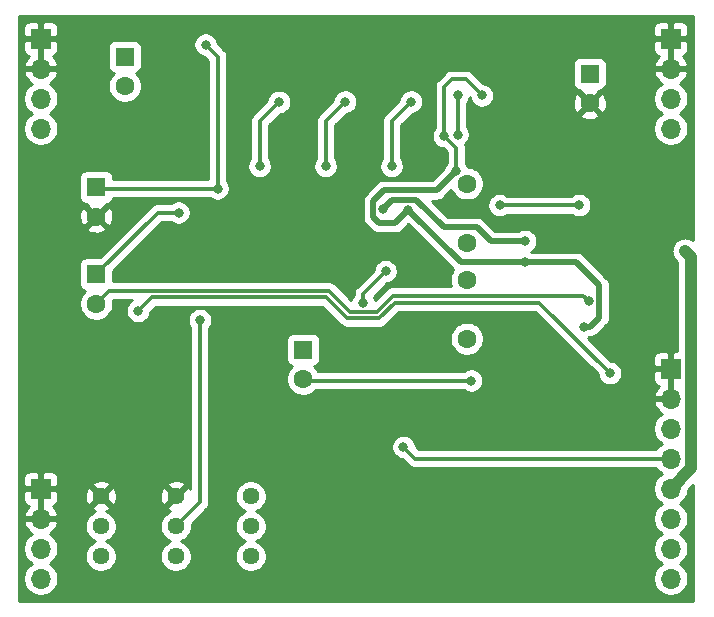
<source format=gbr>
G04 #@! TF.GenerationSoftware,KiCad,Pcbnew,5.1.6-c6e7f7d~87~ubuntu18.04.1*
G04 #@! TF.CreationDate,2020-08-02T08:38:56-04:00*
G04 #@! TF.ProjectId,minimoog_LPF,6d696e69-6d6f-46f6-975f-4c50462e6b69,0*
G04 #@! TF.SameCoordinates,Original*
G04 #@! TF.FileFunction,Copper,L2,Bot*
G04 #@! TF.FilePolarity,Positive*
%FSLAX46Y46*%
G04 Gerber Fmt 4.6, Leading zero omitted, Abs format (unit mm)*
G04 Created by KiCad (PCBNEW 5.1.6-c6e7f7d~87~ubuntu18.04.1) date 2020-08-02 08:38:56*
%MOMM*%
%LPD*%
G01*
G04 APERTURE LIST*
G04 #@! TA.AperFunction,ComponentPad*
%ADD10C,1.440000*%
G04 #@! TD*
G04 #@! TA.AperFunction,ComponentPad*
%ADD11C,1.600000*%
G04 #@! TD*
G04 #@! TA.AperFunction,ComponentPad*
%ADD12R,1.600000X1.600000*%
G04 #@! TD*
G04 #@! TA.AperFunction,ComponentPad*
%ADD13O,1.700000X1.700000*%
G04 #@! TD*
G04 #@! TA.AperFunction,ComponentPad*
%ADD14R,1.700000X1.700000*%
G04 #@! TD*
G04 #@! TA.AperFunction,ViaPad*
%ADD15C,1.000000*%
G04 #@! TD*
G04 #@! TA.AperFunction,ViaPad*
%ADD16C,0.800000*%
G04 #@! TD*
G04 #@! TA.AperFunction,Conductor*
%ADD17C,0.350000*%
G04 #@! TD*
G04 #@! TA.AperFunction,Conductor*
%ADD18C,0.500000*%
G04 #@! TD*
G04 #@! TA.AperFunction,Conductor*
%ADD19C,1.000000*%
G04 #@! TD*
G04 #@! TA.AperFunction,Conductor*
%ADD20C,0.254000*%
G04 #@! TD*
G04 APERTURE END LIST*
D10*
X147320000Y-122555000D03*
X147320000Y-120015000D03*
X147320000Y-117475000D03*
X140970000Y-122555000D03*
X140970000Y-120015000D03*
X140970000Y-117475000D03*
X134620000Y-122555000D03*
X134620000Y-120015000D03*
X134620000Y-117475000D03*
D11*
X151765000Y-107569000D03*
D12*
X151765000Y-105069000D03*
D11*
X165608000Y-91012000D03*
X165608000Y-96012000D03*
X165608000Y-99140000D03*
X165608000Y-104140000D03*
X134239000Y-101179000D03*
D12*
X134239000Y-98679000D03*
D11*
X134239000Y-93813000D03*
D12*
X134239000Y-91313000D03*
D11*
X176022000Y-84201000D03*
D12*
X176022000Y-81701000D03*
D11*
X136652000Y-82764000D03*
D12*
X136652000Y-80264000D03*
D13*
X182880000Y-124460000D03*
X182880000Y-121920000D03*
X182880000Y-119380000D03*
X182880000Y-116840000D03*
X182880000Y-114300000D03*
X182880000Y-111760000D03*
X182880000Y-109220000D03*
D14*
X182880000Y-106680000D03*
D13*
X182880000Y-86360000D03*
X182880000Y-83820000D03*
X182880000Y-81280000D03*
D14*
X182880000Y-78740000D03*
D13*
X129540000Y-124460000D03*
X129540000Y-121920000D03*
X129540000Y-119380000D03*
D14*
X129540000Y-116840000D03*
D13*
X129540000Y-86360000D03*
X129540000Y-83820000D03*
X129540000Y-81280000D03*
D14*
X129540000Y-78740000D03*
D15*
X154622500Y-110871000D03*
X138874500Y-112014000D03*
X147129500Y-106616500D03*
X171704000Y-105791000D03*
X175641000Y-110045500D03*
X168084500Y-109918500D03*
X153289000Y-115697000D03*
X160591500Y-109347000D03*
X177927000Y-121094500D03*
X171196000Y-121348500D03*
X163449000Y-121348500D03*
X156210000Y-121094500D03*
X156083000Y-125349000D03*
X163639500Y-125412500D03*
X171450000Y-125285500D03*
X179895500Y-115697000D03*
X170624500Y-116078000D03*
X173926500Y-116332000D03*
X159385000Y-115379500D03*
X169354500Y-102743000D03*
X171704000Y-91122500D03*
X149034500Y-103187500D03*
X151638000Y-98742500D03*
X147066000Y-111379000D03*
X140208000Y-103822500D03*
X140779500Y-98171000D03*
X152019000Y-92075000D03*
X161734500Y-89852500D03*
X168021000Y-87312500D03*
X157480000Y-80264000D03*
X130556000Y-105537000D03*
X182118000Y-91059000D03*
X146405600Y-79070200D03*
D16*
X164719000Y-89916000D03*
X163703000Y-86995000D03*
X160655000Y-93218000D03*
X175514000Y-103124000D03*
X170561000Y-97663000D03*
X166896003Y-83547997D03*
X158520510Y-93154500D03*
D15*
X184086500Y-96710500D03*
D16*
X170561008Y-95885000D03*
X160244452Y-113313548D03*
X177736500Y-107061000D03*
X137795000Y-101790500D03*
X143510000Y-79248000D03*
X144526000Y-91440000D03*
X175942213Y-100995375D03*
X141224000Y-93472000D03*
X165989000Y-107696000D03*
X168402000Y-92837000D03*
X175133000Y-92837000D03*
X148082000Y-89535000D03*
X149733000Y-84091990D03*
X153670000Y-89535000D03*
X155321016Y-84083000D03*
X143010462Y-102565510D03*
X159258000Y-89535000D03*
X160909000Y-84074000D03*
X164846000Y-86868000D03*
X164846000Y-83541963D03*
X158750004Y-98425000D03*
X156845000Y-101100479D03*
D17*
X164719000Y-89916000D02*
X164719000Y-88011000D01*
X164719000Y-88011000D02*
X163703000Y-86995000D01*
D18*
X165100000Y-97663000D02*
X170561000Y-97663000D01*
X160655000Y-93218000D02*
X165100000Y-97663000D01*
X174879000Y-97663000D02*
X170561000Y-97663000D01*
X176847500Y-99631500D02*
X174879000Y-97663000D01*
X176847500Y-102356185D02*
X176847500Y-99631500D01*
X175514000Y-103124000D02*
X176079685Y-103124000D01*
X176079685Y-103124000D02*
X176847500Y-102356185D01*
D17*
X165517006Y-82169000D02*
X166896003Y-83547997D01*
X163703000Y-82804000D02*
X164338000Y-82169000D01*
X163703000Y-86995000D02*
X163703000Y-82804000D01*
X164338000Y-82169000D02*
X165517006Y-82169000D01*
D18*
X159530000Y-94343000D02*
X160655000Y-93218000D01*
X163068000Y-91567000D02*
X158623000Y-91567000D01*
X164719000Y-89916000D02*
X163068000Y-91567000D01*
X158623000Y-91567000D02*
X157670500Y-92519500D01*
X158160500Y-94343000D02*
X159530000Y-94343000D01*
X157670500Y-92519500D02*
X157670500Y-93853000D01*
X157670500Y-93853000D02*
X158160500Y-94343000D01*
D19*
X184586499Y-97210499D02*
X184586499Y-115133501D01*
X184586499Y-115133501D02*
X182880000Y-116840000D01*
X184086500Y-96710500D02*
X184586499Y-97210499D01*
D18*
X167640000Y-95885000D02*
X170561008Y-95885000D01*
X163652200Y-94691200D02*
X166446200Y-94691200D01*
X166446200Y-94691200D02*
X167640000Y-95885000D01*
X161328998Y-92367998D02*
X163652200Y-94691200D01*
X158520510Y-93154500D02*
X159307012Y-92367998D01*
X159307012Y-92367998D02*
X161328998Y-92367998D01*
D17*
X182880000Y-114300000D02*
X161230904Y-114300000D01*
X161230904Y-114300000D02*
X160244452Y-113313548D01*
X138938000Y-100647500D02*
X137795000Y-101790500D01*
X155478655Y-102425500D02*
X153700655Y-100647500D01*
X158211345Y-102425500D02*
X155478655Y-102425500D01*
X171767500Y-101092000D02*
X159544845Y-101092000D01*
X177736500Y-107061000D02*
X171767500Y-101092000D01*
X153700655Y-100647500D02*
X138938000Y-100647500D01*
X159544845Y-101092000D02*
X158211345Y-102425500D01*
X134366000Y-91440000D02*
X134239000Y-91313000D01*
X144526000Y-91440000D02*
X134366000Y-91440000D01*
X144526000Y-80264000D02*
X144526000Y-91440000D01*
X143510000Y-79248000D02*
X144526000Y-80264000D01*
X157983524Y-101875489D02*
X159352670Y-100506343D01*
X159352670Y-100506343D02*
X175453181Y-100506343D01*
X175453181Y-100506343D02*
X175942213Y-100995375D01*
X155706476Y-101875489D02*
X157983524Y-101875489D01*
X153928477Y-100097489D02*
X155706476Y-101875489D01*
X135320511Y-100097489D02*
X153928477Y-100097489D01*
X134239000Y-101179000D02*
X135320511Y-100097489D01*
X139446000Y-93472000D02*
X134239000Y-98679000D01*
X141224000Y-93472000D02*
X139446000Y-93472000D01*
X151892000Y-107696000D02*
X151765000Y-107569000D01*
X165989000Y-107696000D02*
X151892000Y-107696000D01*
X168402000Y-92837000D02*
X175133000Y-92837000D01*
X148082000Y-85742990D02*
X149733000Y-84091990D01*
X148082000Y-89535000D02*
X148082000Y-85742990D01*
X153670000Y-89535000D02*
X153670000Y-85734016D01*
X153670000Y-85734016D02*
X155321016Y-84083000D01*
X140970000Y-120015000D02*
X143010462Y-117974538D01*
X143010462Y-117974538D02*
X143010462Y-102565510D01*
X159258000Y-89535000D02*
X159258000Y-85725000D01*
X159258000Y-85725000D02*
X160909000Y-84074000D01*
X164846000Y-86868000D02*
X164846000Y-83541963D01*
X156845000Y-100330004D02*
X156845000Y-101100479D01*
X158750004Y-98425000D02*
X156845000Y-100330004D01*
D20*
G36*
X184760000Y-95794944D02*
G01*
X184720122Y-95762217D01*
X184670724Y-95735813D01*
X184624124Y-95704676D01*
X184572345Y-95683228D01*
X184522946Y-95656824D01*
X184469345Y-95640564D01*
X184417567Y-95619117D01*
X184362603Y-95608184D01*
X184308998Y-95591923D01*
X184253248Y-95586432D01*
X184198288Y-95575500D01*
X184142251Y-95575500D01*
X184086500Y-95570009D01*
X184030749Y-95575500D01*
X183974712Y-95575500D01*
X183919752Y-95586432D01*
X183864002Y-95591923D01*
X183810397Y-95608184D01*
X183755433Y-95619117D01*
X183703655Y-95640564D01*
X183650054Y-95656824D01*
X183600655Y-95683228D01*
X183548876Y-95704676D01*
X183502276Y-95735813D01*
X183452878Y-95762217D01*
X183409580Y-95797751D01*
X183362980Y-95828888D01*
X183323349Y-95868519D01*
X183280052Y-95904052D01*
X183244519Y-95947349D01*
X183204888Y-95986980D01*
X183173751Y-96033580D01*
X183138217Y-96076878D01*
X183111813Y-96126276D01*
X183080676Y-96172876D01*
X183059228Y-96224655D01*
X183032824Y-96274054D01*
X183016564Y-96327655D01*
X182995117Y-96379433D01*
X182984184Y-96434397D01*
X182967923Y-96488002D01*
X182962432Y-96543752D01*
X182951500Y-96598712D01*
X182951500Y-96654749D01*
X182946009Y-96710500D01*
X182951500Y-96766251D01*
X182951500Y-96822288D01*
X182962432Y-96877248D01*
X182967923Y-96932998D01*
X182984184Y-96986603D01*
X182995117Y-97041567D01*
X183016564Y-97093345D01*
X183032824Y-97146946D01*
X183059228Y-97196345D01*
X183080676Y-97248124D01*
X183111813Y-97294724D01*
X183138217Y-97344122D01*
X183173751Y-97387421D01*
X183204888Y-97434020D01*
X183362980Y-97592112D01*
X183362983Y-97592114D01*
X183451499Y-97680630D01*
X183451499Y-105193444D01*
X183165750Y-105195000D01*
X183007000Y-105353750D01*
X183007000Y-106553000D01*
X183027000Y-106553000D01*
X183027000Y-106807000D01*
X183007000Y-106807000D01*
X183007000Y-109093000D01*
X183027000Y-109093000D01*
X183027000Y-109347000D01*
X183007000Y-109347000D01*
X183007000Y-109367000D01*
X182753000Y-109367000D01*
X182753000Y-109347000D01*
X181559845Y-109347000D01*
X181438524Y-109576890D01*
X181483175Y-109724099D01*
X181608359Y-109986920D01*
X181782412Y-110220269D01*
X181998645Y-110415178D01*
X182115534Y-110484805D01*
X181933368Y-110606525D01*
X181726525Y-110813368D01*
X181564010Y-111056589D01*
X181452068Y-111326842D01*
X181395000Y-111613740D01*
X181395000Y-111906260D01*
X181452068Y-112193158D01*
X181564010Y-112463411D01*
X181726525Y-112706632D01*
X181933368Y-112913475D01*
X182107760Y-113030000D01*
X181933368Y-113146525D01*
X181726525Y-113353368D01*
X181635230Y-113490000D01*
X161566417Y-113490000D01*
X161277323Y-113200907D01*
X161239678Y-113011650D01*
X161161657Y-112823292D01*
X161048389Y-112653774D01*
X160904226Y-112509611D01*
X160734708Y-112396343D01*
X160546350Y-112318322D01*
X160346391Y-112278548D01*
X160142513Y-112278548D01*
X159942554Y-112318322D01*
X159754196Y-112396343D01*
X159584678Y-112509611D01*
X159440515Y-112653774D01*
X159327247Y-112823292D01*
X159249226Y-113011650D01*
X159209452Y-113211609D01*
X159209452Y-113415487D01*
X159249226Y-113615446D01*
X159327247Y-113803804D01*
X159440515Y-113973322D01*
X159584678Y-114117485D01*
X159754196Y-114230753D01*
X159942554Y-114308774D01*
X160131811Y-114346419D01*
X160630009Y-114844618D01*
X160655376Y-114875528D01*
X160778715Y-114976749D01*
X160919431Y-115051963D01*
X161072116Y-115098280D01*
X161191113Y-115110000D01*
X161191116Y-115110000D01*
X161230904Y-115113919D01*
X161270692Y-115110000D01*
X181635230Y-115110000D01*
X181726525Y-115246632D01*
X181933368Y-115453475D01*
X182107760Y-115570000D01*
X181933368Y-115686525D01*
X181726525Y-115893368D01*
X181564010Y-116136589D01*
X181452068Y-116406842D01*
X181395000Y-116693740D01*
X181395000Y-116986260D01*
X181452068Y-117273158D01*
X181564010Y-117543411D01*
X181726525Y-117786632D01*
X181933368Y-117993475D01*
X182107760Y-118110000D01*
X181933368Y-118226525D01*
X181726525Y-118433368D01*
X181564010Y-118676589D01*
X181452068Y-118946842D01*
X181395000Y-119233740D01*
X181395000Y-119526260D01*
X181452068Y-119813158D01*
X181564010Y-120083411D01*
X181726525Y-120326632D01*
X181933368Y-120533475D01*
X182107760Y-120650000D01*
X181933368Y-120766525D01*
X181726525Y-120973368D01*
X181564010Y-121216589D01*
X181452068Y-121486842D01*
X181395000Y-121773740D01*
X181395000Y-122066260D01*
X181452068Y-122353158D01*
X181564010Y-122623411D01*
X181726525Y-122866632D01*
X181933368Y-123073475D01*
X182107760Y-123190000D01*
X181933368Y-123306525D01*
X181726525Y-123513368D01*
X181564010Y-123756589D01*
X181452068Y-124026842D01*
X181395000Y-124313740D01*
X181395000Y-124606260D01*
X181452068Y-124893158D01*
X181564010Y-125163411D01*
X181726525Y-125406632D01*
X181933368Y-125613475D01*
X182176589Y-125775990D01*
X182446842Y-125887932D01*
X182733740Y-125945000D01*
X183026260Y-125945000D01*
X183313158Y-125887932D01*
X183583411Y-125775990D01*
X183826632Y-125613475D01*
X184033475Y-125406632D01*
X184195990Y-125163411D01*
X184307932Y-124893158D01*
X184365000Y-124606260D01*
X184365000Y-124313740D01*
X184307932Y-124026842D01*
X184195990Y-123756589D01*
X184033475Y-123513368D01*
X183826632Y-123306525D01*
X183652240Y-123190000D01*
X183826632Y-123073475D01*
X184033475Y-122866632D01*
X184195990Y-122623411D01*
X184307932Y-122353158D01*
X184365000Y-122066260D01*
X184365000Y-121773740D01*
X184307932Y-121486842D01*
X184195990Y-121216589D01*
X184033475Y-120973368D01*
X183826632Y-120766525D01*
X183652240Y-120650000D01*
X183826632Y-120533475D01*
X184033475Y-120326632D01*
X184195990Y-120083411D01*
X184307932Y-119813158D01*
X184365000Y-119526260D01*
X184365000Y-119233740D01*
X184307932Y-118946842D01*
X184195990Y-118676589D01*
X184033475Y-118433368D01*
X183826632Y-118226525D01*
X183652240Y-118110000D01*
X183826632Y-117993475D01*
X184033475Y-117786632D01*
X184195990Y-117543411D01*
X184307932Y-117273158D01*
X184365000Y-116986260D01*
X184365000Y-116960131D01*
X184760001Y-116565131D01*
X184760001Y-126340000D01*
X127660000Y-126340000D01*
X127660000Y-121773740D01*
X128055000Y-121773740D01*
X128055000Y-122066260D01*
X128112068Y-122353158D01*
X128224010Y-122623411D01*
X128386525Y-122866632D01*
X128593368Y-123073475D01*
X128767760Y-123190000D01*
X128593368Y-123306525D01*
X128386525Y-123513368D01*
X128224010Y-123756589D01*
X128112068Y-124026842D01*
X128055000Y-124313740D01*
X128055000Y-124606260D01*
X128112068Y-124893158D01*
X128224010Y-125163411D01*
X128386525Y-125406632D01*
X128593368Y-125613475D01*
X128836589Y-125775990D01*
X129106842Y-125887932D01*
X129393740Y-125945000D01*
X129686260Y-125945000D01*
X129973158Y-125887932D01*
X130243411Y-125775990D01*
X130486632Y-125613475D01*
X130693475Y-125406632D01*
X130855990Y-125163411D01*
X130967932Y-124893158D01*
X131025000Y-124606260D01*
X131025000Y-124313740D01*
X130967932Y-124026842D01*
X130855990Y-123756589D01*
X130693475Y-123513368D01*
X130486632Y-123306525D01*
X130312240Y-123190000D01*
X130486632Y-123073475D01*
X130693475Y-122866632D01*
X130855990Y-122623411D01*
X130967932Y-122353158D01*
X131025000Y-122066260D01*
X131025000Y-121773740D01*
X130967932Y-121486842D01*
X130855990Y-121216589D01*
X130693475Y-120973368D01*
X130486632Y-120766525D01*
X130304466Y-120644805D01*
X130421355Y-120575178D01*
X130637588Y-120380269D01*
X130811641Y-120146920D01*
X130936825Y-119884099D01*
X130937599Y-119881544D01*
X133265000Y-119881544D01*
X133265000Y-120148456D01*
X133317072Y-120410239D01*
X133419215Y-120656833D01*
X133567503Y-120878762D01*
X133756238Y-121067497D01*
X133978167Y-121215785D01*
X134145266Y-121285000D01*
X133978167Y-121354215D01*
X133756238Y-121502503D01*
X133567503Y-121691238D01*
X133419215Y-121913167D01*
X133317072Y-122159761D01*
X133265000Y-122421544D01*
X133265000Y-122688456D01*
X133317072Y-122950239D01*
X133419215Y-123196833D01*
X133567503Y-123418762D01*
X133756238Y-123607497D01*
X133978167Y-123755785D01*
X134224761Y-123857928D01*
X134486544Y-123910000D01*
X134753456Y-123910000D01*
X135015239Y-123857928D01*
X135261833Y-123755785D01*
X135483762Y-123607497D01*
X135672497Y-123418762D01*
X135820785Y-123196833D01*
X135922928Y-122950239D01*
X135975000Y-122688456D01*
X135975000Y-122421544D01*
X135922928Y-122159761D01*
X135820785Y-121913167D01*
X135672497Y-121691238D01*
X135483762Y-121502503D01*
X135261833Y-121354215D01*
X135094734Y-121285000D01*
X135261833Y-121215785D01*
X135483762Y-121067497D01*
X135672497Y-120878762D01*
X135820785Y-120656833D01*
X135922928Y-120410239D01*
X135975000Y-120148456D01*
X135975000Y-119881544D01*
X139615000Y-119881544D01*
X139615000Y-120148456D01*
X139667072Y-120410239D01*
X139769215Y-120656833D01*
X139917503Y-120878762D01*
X140106238Y-121067497D01*
X140328167Y-121215785D01*
X140495266Y-121285000D01*
X140328167Y-121354215D01*
X140106238Y-121502503D01*
X139917503Y-121691238D01*
X139769215Y-121913167D01*
X139667072Y-122159761D01*
X139615000Y-122421544D01*
X139615000Y-122688456D01*
X139667072Y-122950239D01*
X139769215Y-123196833D01*
X139917503Y-123418762D01*
X140106238Y-123607497D01*
X140328167Y-123755785D01*
X140574761Y-123857928D01*
X140836544Y-123910000D01*
X141103456Y-123910000D01*
X141365239Y-123857928D01*
X141611833Y-123755785D01*
X141833762Y-123607497D01*
X142022497Y-123418762D01*
X142170785Y-123196833D01*
X142272928Y-122950239D01*
X142325000Y-122688456D01*
X142325000Y-122421544D01*
X142272928Y-122159761D01*
X142170785Y-121913167D01*
X142022497Y-121691238D01*
X141833762Y-121502503D01*
X141611833Y-121354215D01*
X141444734Y-121285000D01*
X141611833Y-121215785D01*
X141833762Y-121067497D01*
X142022497Y-120878762D01*
X142170785Y-120656833D01*
X142272928Y-120410239D01*
X142325000Y-120148456D01*
X142325000Y-119881544D01*
X142312386Y-119818127D01*
X143555081Y-118575432D01*
X143585990Y-118550066D01*
X143641581Y-118482328D01*
X143687211Y-118426728D01*
X143762424Y-118286012D01*
X143762425Y-118286011D01*
X143808742Y-118133326D01*
X143820462Y-118014329D01*
X143820462Y-118014327D01*
X143824381Y-117974539D01*
X143820462Y-117934751D01*
X143820462Y-117341544D01*
X145965000Y-117341544D01*
X145965000Y-117608456D01*
X146017072Y-117870239D01*
X146119215Y-118116833D01*
X146267503Y-118338762D01*
X146456238Y-118527497D01*
X146678167Y-118675785D01*
X146845266Y-118745000D01*
X146678167Y-118814215D01*
X146456238Y-118962503D01*
X146267503Y-119151238D01*
X146119215Y-119373167D01*
X146017072Y-119619761D01*
X145965000Y-119881544D01*
X145965000Y-120148456D01*
X146017072Y-120410239D01*
X146119215Y-120656833D01*
X146267503Y-120878762D01*
X146456238Y-121067497D01*
X146678167Y-121215785D01*
X146845266Y-121285000D01*
X146678167Y-121354215D01*
X146456238Y-121502503D01*
X146267503Y-121691238D01*
X146119215Y-121913167D01*
X146017072Y-122159761D01*
X145965000Y-122421544D01*
X145965000Y-122688456D01*
X146017072Y-122950239D01*
X146119215Y-123196833D01*
X146267503Y-123418762D01*
X146456238Y-123607497D01*
X146678167Y-123755785D01*
X146924761Y-123857928D01*
X147186544Y-123910000D01*
X147453456Y-123910000D01*
X147715239Y-123857928D01*
X147961833Y-123755785D01*
X148183762Y-123607497D01*
X148372497Y-123418762D01*
X148520785Y-123196833D01*
X148622928Y-122950239D01*
X148675000Y-122688456D01*
X148675000Y-122421544D01*
X148622928Y-122159761D01*
X148520785Y-121913167D01*
X148372497Y-121691238D01*
X148183762Y-121502503D01*
X147961833Y-121354215D01*
X147794734Y-121285000D01*
X147961833Y-121215785D01*
X148183762Y-121067497D01*
X148372497Y-120878762D01*
X148520785Y-120656833D01*
X148622928Y-120410239D01*
X148675000Y-120148456D01*
X148675000Y-119881544D01*
X148622928Y-119619761D01*
X148520785Y-119373167D01*
X148372497Y-119151238D01*
X148183762Y-118962503D01*
X147961833Y-118814215D01*
X147794734Y-118745000D01*
X147961833Y-118675785D01*
X148183762Y-118527497D01*
X148372497Y-118338762D01*
X148520785Y-118116833D01*
X148622928Y-117870239D01*
X148675000Y-117608456D01*
X148675000Y-117341544D01*
X148622928Y-117079761D01*
X148520785Y-116833167D01*
X148372497Y-116611238D01*
X148183762Y-116422503D01*
X147961833Y-116274215D01*
X147715239Y-116172072D01*
X147453456Y-116120000D01*
X147186544Y-116120000D01*
X146924761Y-116172072D01*
X146678167Y-116274215D01*
X146456238Y-116422503D01*
X146267503Y-116611238D01*
X146119215Y-116833167D01*
X146017072Y-117079761D01*
X145965000Y-117341544D01*
X143820462Y-117341544D01*
X143820462Y-104269000D01*
X150326928Y-104269000D01*
X150326928Y-105869000D01*
X150339188Y-105993482D01*
X150375498Y-106113180D01*
X150434463Y-106223494D01*
X150513815Y-106320185D01*
X150610506Y-106399537D01*
X150720820Y-106458502D01*
X150816943Y-106487661D01*
X150650363Y-106654241D01*
X150493320Y-106889273D01*
X150385147Y-107150426D01*
X150330000Y-107427665D01*
X150330000Y-107710335D01*
X150385147Y-107987574D01*
X150493320Y-108248727D01*
X150650363Y-108483759D01*
X150850241Y-108683637D01*
X151085273Y-108840680D01*
X151346426Y-108948853D01*
X151623665Y-109004000D01*
X151906335Y-109004000D01*
X152183574Y-108948853D01*
X152444727Y-108840680D01*
X152679759Y-108683637D01*
X152857396Y-108506000D01*
X165338300Y-108506000D01*
X165498744Y-108613205D01*
X165687102Y-108691226D01*
X165887061Y-108731000D01*
X166090939Y-108731000D01*
X166290898Y-108691226D01*
X166479256Y-108613205D01*
X166648774Y-108499937D01*
X166792937Y-108355774D01*
X166906205Y-108186256D01*
X166984226Y-107997898D01*
X167024000Y-107797939D01*
X167024000Y-107594061D01*
X166984226Y-107394102D01*
X166906205Y-107205744D01*
X166792937Y-107036226D01*
X166648774Y-106892063D01*
X166479256Y-106778795D01*
X166290898Y-106700774D01*
X166090939Y-106661000D01*
X165887061Y-106661000D01*
X165687102Y-106700774D01*
X165498744Y-106778795D01*
X165338300Y-106886000D01*
X153034493Y-106886000D01*
X152879637Y-106654241D01*
X152713057Y-106487661D01*
X152809180Y-106458502D01*
X152919494Y-106399537D01*
X153016185Y-106320185D01*
X153095537Y-106223494D01*
X153154502Y-106113180D01*
X153190812Y-105993482D01*
X153203072Y-105869000D01*
X153203072Y-104269000D01*
X153190812Y-104144518D01*
X153154502Y-104024820D01*
X153140522Y-103998665D01*
X164173000Y-103998665D01*
X164173000Y-104281335D01*
X164228147Y-104558574D01*
X164336320Y-104819727D01*
X164493363Y-105054759D01*
X164693241Y-105254637D01*
X164928273Y-105411680D01*
X165189426Y-105519853D01*
X165466665Y-105575000D01*
X165749335Y-105575000D01*
X166026574Y-105519853D01*
X166287727Y-105411680D01*
X166522759Y-105254637D01*
X166722637Y-105054759D01*
X166879680Y-104819727D01*
X166987853Y-104558574D01*
X167043000Y-104281335D01*
X167043000Y-103998665D01*
X166987853Y-103721426D01*
X166879680Y-103460273D01*
X166722637Y-103225241D01*
X166522759Y-103025363D01*
X166287727Y-102868320D01*
X166026574Y-102760147D01*
X165749335Y-102705000D01*
X165466665Y-102705000D01*
X165189426Y-102760147D01*
X164928273Y-102868320D01*
X164693241Y-103025363D01*
X164493363Y-103225241D01*
X164336320Y-103460273D01*
X164228147Y-103721426D01*
X164173000Y-103998665D01*
X153140522Y-103998665D01*
X153095537Y-103914506D01*
X153016185Y-103817815D01*
X152919494Y-103738463D01*
X152809180Y-103679498D01*
X152689482Y-103643188D01*
X152565000Y-103630928D01*
X150965000Y-103630928D01*
X150840518Y-103643188D01*
X150720820Y-103679498D01*
X150610506Y-103738463D01*
X150513815Y-103817815D01*
X150434463Y-103914506D01*
X150375498Y-104024820D01*
X150339188Y-104144518D01*
X150326928Y-104269000D01*
X143820462Y-104269000D01*
X143820462Y-103216210D01*
X143927667Y-103055766D01*
X144005688Y-102867408D01*
X144045462Y-102667449D01*
X144045462Y-102463571D01*
X144005688Y-102263612D01*
X143927667Y-102075254D01*
X143814399Y-101905736D01*
X143670236Y-101761573D01*
X143500718Y-101648305D01*
X143312360Y-101570284D01*
X143112401Y-101530510D01*
X142908523Y-101530510D01*
X142708564Y-101570284D01*
X142520206Y-101648305D01*
X142350688Y-101761573D01*
X142206525Y-101905736D01*
X142093257Y-102075254D01*
X142015236Y-102263612D01*
X141975462Y-102463571D01*
X141975462Y-102667449D01*
X142015236Y-102867408D01*
X142093257Y-103055766D01*
X142200463Y-103216211D01*
X142200462Y-116893764D01*
X142197875Y-116886647D01*
X142141368Y-116780932D01*
X141905560Y-116719045D01*
X141149605Y-117475000D01*
X141163748Y-117489143D01*
X140984143Y-117668748D01*
X140970000Y-117654605D01*
X140214045Y-118410560D01*
X140275932Y-118646368D01*
X140491007Y-118746764D01*
X140328167Y-118814215D01*
X140106238Y-118962503D01*
X139917503Y-119151238D01*
X139769215Y-119373167D01*
X139667072Y-119619761D01*
X139615000Y-119881544D01*
X135975000Y-119881544D01*
X135922928Y-119619761D01*
X135820785Y-119373167D01*
X135672497Y-119151238D01*
X135483762Y-118962503D01*
X135261833Y-118814215D01*
X135093676Y-118744562D01*
X135208353Y-118702875D01*
X135314068Y-118646368D01*
X135375955Y-118410560D01*
X134620000Y-117654605D01*
X133864045Y-118410560D01*
X133925932Y-118646368D01*
X134141007Y-118746764D01*
X133978167Y-118814215D01*
X133756238Y-118962503D01*
X133567503Y-119151238D01*
X133419215Y-119373167D01*
X133317072Y-119619761D01*
X133265000Y-119881544D01*
X130937599Y-119881544D01*
X130981476Y-119736890D01*
X130860155Y-119507000D01*
X129667000Y-119507000D01*
X129667000Y-119527000D01*
X129413000Y-119527000D01*
X129413000Y-119507000D01*
X128219845Y-119507000D01*
X128098524Y-119736890D01*
X128143175Y-119884099D01*
X128268359Y-120146920D01*
X128442412Y-120380269D01*
X128658645Y-120575178D01*
X128775534Y-120644805D01*
X128593368Y-120766525D01*
X128386525Y-120973368D01*
X128224010Y-121216589D01*
X128112068Y-121486842D01*
X128055000Y-121773740D01*
X127660000Y-121773740D01*
X127660000Y-117690000D01*
X128051928Y-117690000D01*
X128064188Y-117814482D01*
X128100498Y-117934180D01*
X128159463Y-118044494D01*
X128238815Y-118141185D01*
X128335506Y-118220537D01*
X128445820Y-118279502D01*
X128526466Y-118303966D01*
X128442412Y-118379731D01*
X128268359Y-118613080D01*
X128143175Y-118875901D01*
X128098524Y-119023110D01*
X128219845Y-119253000D01*
X129413000Y-119253000D01*
X129413000Y-116967000D01*
X129667000Y-116967000D01*
X129667000Y-119253000D01*
X130860155Y-119253000D01*
X130981476Y-119023110D01*
X130936825Y-118875901D01*
X130811641Y-118613080D01*
X130637588Y-118379731D01*
X130553534Y-118303966D01*
X130634180Y-118279502D01*
X130744494Y-118220537D01*
X130841185Y-118141185D01*
X130920537Y-118044494D01*
X130979502Y-117934180D01*
X131015812Y-117814482D01*
X131028072Y-117690000D01*
X131027303Y-117548680D01*
X133260439Y-117548680D01*
X133300937Y-117812501D01*
X133392125Y-118063353D01*
X133448632Y-118169068D01*
X133684440Y-118230955D01*
X134440395Y-117475000D01*
X134799605Y-117475000D01*
X135555560Y-118230955D01*
X135791368Y-118169068D01*
X135904266Y-117927210D01*
X135967811Y-117667973D01*
X135973067Y-117548680D01*
X139610439Y-117548680D01*
X139650937Y-117812501D01*
X139742125Y-118063353D01*
X139798632Y-118169068D01*
X140034440Y-118230955D01*
X140790395Y-117475000D01*
X140034440Y-116719045D01*
X139798632Y-116780932D01*
X139685734Y-117022790D01*
X139622189Y-117282027D01*
X139610439Y-117548680D01*
X135973067Y-117548680D01*
X135979561Y-117401320D01*
X135939063Y-117137499D01*
X135847875Y-116886647D01*
X135791368Y-116780932D01*
X135555560Y-116719045D01*
X134799605Y-117475000D01*
X134440395Y-117475000D01*
X133684440Y-116719045D01*
X133448632Y-116780932D01*
X133335734Y-117022790D01*
X133272189Y-117282027D01*
X133260439Y-117548680D01*
X131027303Y-117548680D01*
X131025000Y-117125750D01*
X130866250Y-116967000D01*
X129667000Y-116967000D01*
X129413000Y-116967000D01*
X128213750Y-116967000D01*
X128055000Y-117125750D01*
X128051928Y-117690000D01*
X127660000Y-117690000D01*
X127660000Y-115990000D01*
X128051928Y-115990000D01*
X128055000Y-116554250D01*
X128213750Y-116713000D01*
X129413000Y-116713000D01*
X129413000Y-115513750D01*
X129667000Y-115513750D01*
X129667000Y-116713000D01*
X130866250Y-116713000D01*
X131025000Y-116554250D01*
X131025080Y-116539440D01*
X133864045Y-116539440D01*
X134620000Y-117295395D01*
X135375955Y-116539440D01*
X140214045Y-116539440D01*
X140970000Y-117295395D01*
X141725955Y-116539440D01*
X141664068Y-116303632D01*
X141422210Y-116190734D01*
X141162973Y-116127189D01*
X140896320Y-116115439D01*
X140632499Y-116155937D01*
X140381647Y-116247125D01*
X140275932Y-116303632D01*
X140214045Y-116539440D01*
X135375955Y-116539440D01*
X135314068Y-116303632D01*
X135072210Y-116190734D01*
X134812973Y-116127189D01*
X134546320Y-116115439D01*
X134282499Y-116155937D01*
X134031647Y-116247125D01*
X133925932Y-116303632D01*
X133864045Y-116539440D01*
X131025080Y-116539440D01*
X131028072Y-115990000D01*
X131015812Y-115865518D01*
X130979502Y-115745820D01*
X130920537Y-115635506D01*
X130841185Y-115538815D01*
X130744494Y-115459463D01*
X130634180Y-115400498D01*
X130514482Y-115364188D01*
X130390000Y-115351928D01*
X129825750Y-115355000D01*
X129667000Y-115513750D01*
X129413000Y-115513750D01*
X129254250Y-115355000D01*
X128690000Y-115351928D01*
X128565518Y-115364188D01*
X128445820Y-115400498D01*
X128335506Y-115459463D01*
X128238815Y-115538815D01*
X128159463Y-115635506D01*
X128100498Y-115745820D01*
X128064188Y-115865518D01*
X128051928Y-115990000D01*
X127660000Y-115990000D01*
X127660000Y-97879000D01*
X132800928Y-97879000D01*
X132800928Y-99479000D01*
X132813188Y-99603482D01*
X132849498Y-99723180D01*
X132908463Y-99833494D01*
X132987815Y-99930185D01*
X133084506Y-100009537D01*
X133194820Y-100068502D01*
X133290943Y-100097661D01*
X133124363Y-100264241D01*
X132967320Y-100499273D01*
X132859147Y-100760426D01*
X132804000Y-101037665D01*
X132804000Y-101320335D01*
X132859147Y-101597574D01*
X132967320Y-101858727D01*
X133124363Y-102093759D01*
X133324241Y-102293637D01*
X133559273Y-102450680D01*
X133820426Y-102558853D01*
X134097665Y-102614000D01*
X134380335Y-102614000D01*
X134657574Y-102558853D01*
X134918727Y-102450680D01*
X135153759Y-102293637D01*
X135353637Y-102093759D01*
X135510680Y-101858727D01*
X135618853Y-101597574D01*
X135674000Y-101320335D01*
X135674000Y-101037665D01*
X135649420Y-100914093D01*
X135656024Y-100907489D01*
X137253569Y-100907489D01*
X137135226Y-100986563D01*
X136991063Y-101130726D01*
X136877795Y-101300244D01*
X136799774Y-101488602D01*
X136760000Y-101688561D01*
X136760000Y-101892439D01*
X136799774Y-102092398D01*
X136877795Y-102280756D01*
X136991063Y-102450274D01*
X137135226Y-102594437D01*
X137304744Y-102707705D01*
X137493102Y-102785726D01*
X137693061Y-102825500D01*
X137896939Y-102825500D01*
X138096898Y-102785726D01*
X138285256Y-102707705D01*
X138454774Y-102594437D01*
X138598937Y-102450274D01*
X138712205Y-102280756D01*
X138790226Y-102092398D01*
X138827871Y-101903141D01*
X139273513Y-101457500D01*
X153365143Y-101457500D01*
X154877760Y-102970118D01*
X154903127Y-103001028D01*
X154934035Y-103026393D01*
X155026466Y-103102249D01*
X155167181Y-103177463D01*
X155202718Y-103188243D01*
X155319867Y-103223780D01*
X155438864Y-103235500D01*
X155438867Y-103235500D01*
X155478655Y-103239419D01*
X155518443Y-103235500D01*
X158171557Y-103235500D01*
X158211345Y-103239419D01*
X158251133Y-103235500D01*
X158251136Y-103235500D01*
X158370133Y-103223780D01*
X158522818Y-103177463D01*
X158663534Y-103102249D01*
X158786873Y-103001028D01*
X158812244Y-102970113D01*
X159880358Y-101902000D01*
X171431988Y-101902000D01*
X176703629Y-107173642D01*
X176741274Y-107362898D01*
X176819295Y-107551256D01*
X176932563Y-107720774D01*
X177076726Y-107864937D01*
X177246244Y-107978205D01*
X177434602Y-108056226D01*
X177634561Y-108096000D01*
X177838439Y-108096000D01*
X178038398Y-108056226D01*
X178226756Y-107978205D01*
X178396274Y-107864937D01*
X178540437Y-107720774D01*
X178653705Y-107551256D01*
X178662509Y-107530000D01*
X181391928Y-107530000D01*
X181404188Y-107654482D01*
X181440498Y-107774180D01*
X181499463Y-107884494D01*
X181578815Y-107981185D01*
X181675506Y-108060537D01*
X181785820Y-108119502D01*
X181866466Y-108143966D01*
X181782412Y-108219731D01*
X181608359Y-108453080D01*
X181483175Y-108715901D01*
X181438524Y-108863110D01*
X181559845Y-109093000D01*
X182753000Y-109093000D01*
X182753000Y-106807000D01*
X181553750Y-106807000D01*
X181395000Y-106965750D01*
X181391928Y-107530000D01*
X178662509Y-107530000D01*
X178731726Y-107362898D01*
X178771500Y-107162939D01*
X178771500Y-106959061D01*
X178731726Y-106759102D01*
X178653705Y-106570744D01*
X178540437Y-106401226D01*
X178396274Y-106257063D01*
X178226756Y-106143795D01*
X178038398Y-106065774D01*
X177849142Y-106028129D01*
X177651013Y-105830000D01*
X181391928Y-105830000D01*
X181395000Y-106394250D01*
X181553750Y-106553000D01*
X182753000Y-106553000D01*
X182753000Y-105353750D01*
X182594250Y-105195000D01*
X182030000Y-105191928D01*
X181905518Y-105204188D01*
X181785820Y-105240498D01*
X181675506Y-105299463D01*
X181578815Y-105378815D01*
X181499463Y-105475506D01*
X181440498Y-105585820D01*
X181404188Y-105705518D01*
X181391928Y-105830000D01*
X177651013Y-105830000D01*
X175903820Y-104082807D01*
X176004256Y-104041205D01*
X176050368Y-104010394D01*
X176079685Y-104013281D01*
X176123154Y-104009000D01*
X176123162Y-104009000D01*
X176253175Y-103996195D01*
X176419998Y-103945589D01*
X176573744Y-103863411D01*
X176708502Y-103752817D01*
X176736219Y-103719044D01*
X177442550Y-103012714D01*
X177476317Y-102985002D01*
X177504625Y-102950510D01*
X177586910Y-102850245D01*
X177586911Y-102850244D01*
X177669089Y-102696498D01*
X177719695Y-102529675D01*
X177732500Y-102399662D01*
X177732500Y-102399652D01*
X177736781Y-102356186D01*
X177732500Y-102312720D01*
X177732500Y-99674965D01*
X177736781Y-99631499D01*
X177732500Y-99588033D01*
X177732500Y-99588023D01*
X177719695Y-99458010D01*
X177669089Y-99291187D01*
X177586911Y-99137441D01*
X177476317Y-99002683D01*
X177442549Y-98974970D01*
X175535534Y-97067956D01*
X175507817Y-97034183D01*
X175373059Y-96923589D01*
X175219313Y-96841411D01*
X175052490Y-96790805D01*
X174922477Y-96778000D01*
X174922469Y-96778000D01*
X174879000Y-96773719D01*
X174835531Y-96778000D01*
X171099454Y-96778000D01*
X171093472Y-96774003D01*
X171220782Y-96688937D01*
X171364945Y-96544774D01*
X171478213Y-96375256D01*
X171556234Y-96186898D01*
X171596008Y-95986939D01*
X171596008Y-95783061D01*
X171556234Y-95583102D01*
X171478213Y-95394744D01*
X171364945Y-95225226D01*
X171220782Y-95081063D01*
X171051264Y-94967795D01*
X170862906Y-94889774D01*
X170662947Y-94850000D01*
X170459069Y-94850000D01*
X170259110Y-94889774D01*
X170070752Y-94967795D01*
X170022554Y-95000000D01*
X168006579Y-95000000D01*
X167102734Y-94096156D01*
X167075017Y-94062383D01*
X166940259Y-93951789D01*
X166786513Y-93869611D01*
X166619690Y-93819005D01*
X166489677Y-93806200D01*
X166489669Y-93806200D01*
X166446200Y-93801919D01*
X166402731Y-93806200D01*
X164018779Y-93806200D01*
X162947640Y-92735061D01*
X167367000Y-92735061D01*
X167367000Y-92938939D01*
X167406774Y-93138898D01*
X167484795Y-93327256D01*
X167598063Y-93496774D01*
X167742226Y-93640937D01*
X167911744Y-93754205D01*
X168100102Y-93832226D01*
X168300061Y-93872000D01*
X168503939Y-93872000D01*
X168703898Y-93832226D01*
X168892256Y-93754205D01*
X169052700Y-93647000D01*
X174482300Y-93647000D01*
X174642744Y-93754205D01*
X174831102Y-93832226D01*
X175031061Y-93872000D01*
X175234939Y-93872000D01*
X175434898Y-93832226D01*
X175623256Y-93754205D01*
X175792774Y-93640937D01*
X175936937Y-93496774D01*
X176050205Y-93327256D01*
X176128226Y-93138898D01*
X176168000Y-92938939D01*
X176168000Y-92735061D01*
X176128226Y-92535102D01*
X176050205Y-92346744D01*
X175936937Y-92177226D01*
X175792774Y-92033063D01*
X175623256Y-91919795D01*
X175434898Y-91841774D01*
X175234939Y-91802000D01*
X175031061Y-91802000D01*
X174831102Y-91841774D01*
X174642744Y-91919795D01*
X174482300Y-92027000D01*
X169052700Y-92027000D01*
X168892256Y-91919795D01*
X168703898Y-91841774D01*
X168503939Y-91802000D01*
X168300061Y-91802000D01*
X168100102Y-91841774D01*
X167911744Y-91919795D01*
X167742226Y-92033063D01*
X167598063Y-92177226D01*
X167484795Y-92346744D01*
X167406774Y-92535102D01*
X167367000Y-92735061D01*
X162947640Y-92735061D01*
X162664578Y-92452000D01*
X163024531Y-92452000D01*
X163068000Y-92456281D01*
X163111469Y-92452000D01*
X163111477Y-92452000D01*
X163241490Y-92439195D01*
X163408313Y-92388589D01*
X163562059Y-92306411D01*
X163696817Y-92195817D01*
X163724534Y-92162044D01*
X164294885Y-91591694D01*
X164336320Y-91691727D01*
X164493363Y-91926759D01*
X164693241Y-92126637D01*
X164928273Y-92283680D01*
X165189426Y-92391853D01*
X165466665Y-92447000D01*
X165749335Y-92447000D01*
X166026574Y-92391853D01*
X166287727Y-92283680D01*
X166522759Y-92126637D01*
X166722637Y-91926759D01*
X166879680Y-91691727D01*
X166987853Y-91430574D01*
X167043000Y-91153335D01*
X167043000Y-90870665D01*
X166987853Y-90593426D01*
X166879680Y-90332273D01*
X166722637Y-90097241D01*
X166522759Y-89897363D01*
X166287727Y-89740320D01*
X166026574Y-89632147D01*
X165749335Y-89577000D01*
X165698858Y-89577000D01*
X165636205Y-89425744D01*
X165529000Y-89265300D01*
X165529000Y-88050788D01*
X165532919Y-88011000D01*
X165529000Y-87971209D01*
X165517280Y-87852212D01*
X165470963Y-87699527D01*
X165469258Y-87696336D01*
X165505774Y-87671937D01*
X165649937Y-87527774D01*
X165763205Y-87358256D01*
X165841226Y-87169898D01*
X165881000Y-86969939D01*
X165881000Y-86766061D01*
X165841226Y-86566102D01*
X165763205Y-86377744D01*
X165656000Y-86217300D01*
X165656000Y-85193702D01*
X175208903Y-85193702D01*
X175280486Y-85437671D01*
X175535996Y-85558571D01*
X175810184Y-85627300D01*
X176092512Y-85641217D01*
X176372130Y-85599787D01*
X176638292Y-85504603D01*
X176763514Y-85437671D01*
X176835097Y-85193702D01*
X176022000Y-84380605D01*
X175208903Y-85193702D01*
X165656000Y-85193702D01*
X165656000Y-84192663D01*
X165763205Y-84032219D01*
X165841226Y-83843861D01*
X165870401Y-83697185D01*
X165900777Y-83849895D01*
X165978798Y-84038253D01*
X166092066Y-84207771D01*
X166236229Y-84351934D01*
X166405747Y-84465202D01*
X166594105Y-84543223D01*
X166794064Y-84582997D01*
X166997942Y-84582997D01*
X167197901Y-84543223D01*
X167386259Y-84465202D01*
X167555777Y-84351934D01*
X167636199Y-84271512D01*
X174581783Y-84271512D01*
X174623213Y-84551130D01*
X174718397Y-84817292D01*
X174785329Y-84942514D01*
X175029298Y-85014097D01*
X175842395Y-84201000D01*
X176201605Y-84201000D01*
X177014702Y-85014097D01*
X177258671Y-84942514D01*
X177379571Y-84687004D01*
X177448300Y-84412816D01*
X177462217Y-84130488D01*
X177420787Y-83850870D01*
X177357443Y-83673740D01*
X181395000Y-83673740D01*
X181395000Y-83966260D01*
X181452068Y-84253158D01*
X181564010Y-84523411D01*
X181726525Y-84766632D01*
X181933368Y-84973475D01*
X182107760Y-85090000D01*
X181933368Y-85206525D01*
X181726525Y-85413368D01*
X181564010Y-85656589D01*
X181452068Y-85926842D01*
X181395000Y-86213740D01*
X181395000Y-86506260D01*
X181452068Y-86793158D01*
X181564010Y-87063411D01*
X181726525Y-87306632D01*
X181933368Y-87513475D01*
X182176589Y-87675990D01*
X182446842Y-87787932D01*
X182733740Y-87845000D01*
X183026260Y-87845000D01*
X183313158Y-87787932D01*
X183583411Y-87675990D01*
X183826632Y-87513475D01*
X184033475Y-87306632D01*
X184195990Y-87063411D01*
X184307932Y-86793158D01*
X184365000Y-86506260D01*
X184365000Y-86213740D01*
X184307932Y-85926842D01*
X184195990Y-85656589D01*
X184033475Y-85413368D01*
X183826632Y-85206525D01*
X183652240Y-85090000D01*
X183826632Y-84973475D01*
X184033475Y-84766632D01*
X184195990Y-84523411D01*
X184307932Y-84253158D01*
X184365000Y-83966260D01*
X184365000Y-83673740D01*
X184307932Y-83386842D01*
X184195990Y-83116589D01*
X184033475Y-82873368D01*
X183826632Y-82666525D01*
X183644466Y-82544805D01*
X183761355Y-82475178D01*
X183977588Y-82280269D01*
X184151641Y-82046920D01*
X184276825Y-81784099D01*
X184321476Y-81636890D01*
X184200155Y-81407000D01*
X183007000Y-81407000D01*
X183007000Y-81427000D01*
X182753000Y-81427000D01*
X182753000Y-81407000D01*
X181559845Y-81407000D01*
X181438524Y-81636890D01*
X181483175Y-81784099D01*
X181608359Y-82046920D01*
X181782412Y-82280269D01*
X181998645Y-82475178D01*
X182115534Y-82544805D01*
X181933368Y-82666525D01*
X181726525Y-82873368D01*
X181564010Y-83116589D01*
X181452068Y-83386842D01*
X181395000Y-83673740D01*
X177357443Y-83673740D01*
X177325603Y-83584708D01*
X177258671Y-83459486D01*
X177014702Y-83387903D01*
X176201605Y-84201000D01*
X175842395Y-84201000D01*
X175029298Y-83387903D01*
X174785329Y-83459486D01*
X174664429Y-83714996D01*
X174595700Y-83989184D01*
X174581783Y-84271512D01*
X167636199Y-84271512D01*
X167699940Y-84207771D01*
X167813208Y-84038253D01*
X167891229Y-83849895D01*
X167931003Y-83649936D01*
X167931003Y-83446058D01*
X167891229Y-83246099D01*
X167813208Y-83057741D01*
X167699940Y-82888223D01*
X167555777Y-82744060D01*
X167386259Y-82630792D01*
X167197901Y-82552771D01*
X167008645Y-82515126D01*
X166117905Y-81624387D01*
X166092534Y-81593472D01*
X165969195Y-81492251D01*
X165828479Y-81417037D01*
X165675794Y-81370720D01*
X165556797Y-81359000D01*
X165556794Y-81359000D01*
X165517006Y-81355081D01*
X165477218Y-81359000D01*
X164377788Y-81359000D01*
X164338000Y-81355081D01*
X164298212Y-81359000D01*
X164298209Y-81359000D01*
X164179212Y-81370720D01*
X164062063Y-81406257D01*
X164026526Y-81417037D01*
X163885811Y-81492251D01*
X163762472Y-81593472D01*
X163737105Y-81624382D01*
X163158383Y-82203105D01*
X163127473Y-82228472D01*
X163102108Y-82259380D01*
X163026251Y-82351811D01*
X163004734Y-82392068D01*
X162951038Y-82492527D01*
X162909096Y-82630792D01*
X162904721Y-82645213D01*
X162889081Y-82804000D01*
X162893001Y-82843798D01*
X162893000Y-86344300D01*
X162785795Y-86504744D01*
X162707774Y-86693102D01*
X162668000Y-86893061D01*
X162668000Y-87096939D01*
X162707774Y-87296898D01*
X162785795Y-87485256D01*
X162899063Y-87654774D01*
X163043226Y-87798937D01*
X163212744Y-87912205D01*
X163401102Y-87990226D01*
X163590359Y-88027871D01*
X163909001Y-88346513D01*
X163909000Y-89265299D01*
X163801795Y-89425744D01*
X163723774Y-89614102D01*
X163712465Y-89670956D01*
X162701422Y-90682000D01*
X158666465Y-90682000D01*
X158622999Y-90677719D01*
X158579533Y-90682000D01*
X158579523Y-90682000D01*
X158449510Y-90694805D01*
X158282687Y-90745411D01*
X158128941Y-90827589D01*
X158128939Y-90827590D01*
X158128940Y-90827590D01*
X158027953Y-90910468D01*
X158027951Y-90910470D01*
X157994183Y-90938183D01*
X157966470Y-90971951D01*
X157075456Y-91862966D01*
X157041683Y-91890683D01*
X156931089Y-92025442D01*
X156848911Y-92179188D01*
X156827430Y-92250000D01*
X156798305Y-92346010D01*
X156796712Y-92362186D01*
X156785500Y-92476024D01*
X156785500Y-92476031D01*
X156781219Y-92519500D01*
X156785500Y-92562970D01*
X156785501Y-93809522D01*
X156781219Y-93853000D01*
X156798305Y-94026490D01*
X156848912Y-94193313D01*
X156931090Y-94347059D01*
X157013968Y-94448046D01*
X157013971Y-94448049D01*
X157041684Y-94481817D01*
X157075452Y-94509530D01*
X157503966Y-94938044D01*
X157531683Y-94971817D01*
X157666441Y-95082411D01*
X157743314Y-95123500D01*
X157820186Y-95164589D01*
X157987010Y-95215195D01*
X158117023Y-95228000D01*
X158117031Y-95228000D01*
X158160500Y-95232281D01*
X158203969Y-95228000D01*
X159486531Y-95228000D01*
X159530000Y-95232281D01*
X159573469Y-95228000D01*
X159573477Y-95228000D01*
X159703490Y-95215195D01*
X159870313Y-95164589D01*
X160024059Y-95082411D01*
X160158817Y-94971817D01*
X160186534Y-94938044D01*
X160655000Y-94469578D01*
X164443470Y-98258049D01*
X164458888Y-98276836D01*
X164336320Y-98460273D01*
X164228147Y-98721426D01*
X164173000Y-98998665D01*
X164173000Y-99281335D01*
X164228147Y-99558574D01*
X164285213Y-99696343D01*
X159392458Y-99696343D01*
X159352670Y-99692424D01*
X159312882Y-99696343D01*
X159312879Y-99696343D01*
X159193882Y-99708063D01*
X159041197Y-99754380D01*
X158983192Y-99785384D01*
X158900480Y-99829594D01*
X158890847Y-99837500D01*
X158777142Y-99930815D01*
X158751775Y-99961725D01*
X157852618Y-100860882D01*
X157840226Y-100798581D01*
X157762205Y-100610223D01*
X157741412Y-100579104D01*
X158862646Y-99457871D01*
X159051902Y-99420226D01*
X159240260Y-99342205D01*
X159409778Y-99228937D01*
X159553941Y-99084774D01*
X159667209Y-98915256D01*
X159745230Y-98726898D01*
X159785004Y-98526939D01*
X159785004Y-98323061D01*
X159745230Y-98123102D01*
X159667209Y-97934744D01*
X159553941Y-97765226D01*
X159409778Y-97621063D01*
X159240260Y-97507795D01*
X159051902Y-97429774D01*
X158851943Y-97390000D01*
X158648065Y-97390000D01*
X158448106Y-97429774D01*
X158259748Y-97507795D01*
X158090230Y-97621063D01*
X157946067Y-97765226D01*
X157832799Y-97934744D01*
X157754778Y-98123102D01*
X157717133Y-98312358D01*
X156300387Y-99729105D01*
X156269472Y-99754476D01*
X156228018Y-99804989D01*
X156168251Y-99877815D01*
X156139922Y-99930816D01*
X156093037Y-100018532D01*
X156046720Y-100171217D01*
X156037945Y-100260317D01*
X156031081Y-100330004D01*
X156035000Y-100369792D01*
X156035000Y-100449779D01*
X155927795Y-100610223D01*
X155849774Y-100798581D01*
X155837382Y-100860882D01*
X154529377Y-99552877D01*
X154504005Y-99521961D01*
X154380666Y-99420740D01*
X154239950Y-99345526D01*
X154087265Y-99299209D01*
X153968268Y-99287489D01*
X153968265Y-99287489D01*
X153928477Y-99283570D01*
X153888689Y-99287489D01*
X135677072Y-99287489D01*
X135677072Y-98386440D01*
X139781513Y-94282000D01*
X140573300Y-94282000D01*
X140733744Y-94389205D01*
X140922102Y-94467226D01*
X141122061Y-94507000D01*
X141325939Y-94507000D01*
X141525898Y-94467226D01*
X141714256Y-94389205D01*
X141883774Y-94275937D01*
X142027937Y-94131774D01*
X142141205Y-93962256D01*
X142219226Y-93773898D01*
X142259000Y-93573939D01*
X142259000Y-93370061D01*
X142219226Y-93170102D01*
X142141205Y-92981744D01*
X142027937Y-92812226D01*
X141883774Y-92668063D01*
X141714256Y-92554795D01*
X141525898Y-92476774D01*
X141325939Y-92437000D01*
X141122061Y-92437000D01*
X140922102Y-92476774D01*
X140733744Y-92554795D01*
X140573300Y-92662000D01*
X139485787Y-92662000D01*
X139445999Y-92658081D01*
X139406211Y-92662000D01*
X139406209Y-92662000D01*
X139287212Y-92673720D01*
X139134527Y-92720037D01*
X139076464Y-92751072D01*
X138993810Y-92795251D01*
X138942939Y-92837000D01*
X138870472Y-92896472D01*
X138845105Y-92927382D01*
X134531560Y-97240928D01*
X133439000Y-97240928D01*
X133314518Y-97253188D01*
X133194820Y-97289498D01*
X133084506Y-97348463D01*
X132987815Y-97427815D01*
X132908463Y-97524506D01*
X132849498Y-97634820D01*
X132813188Y-97754518D01*
X132800928Y-97879000D01*
X127660000Y-97879000D01*
X127660000Y-94805702D01*
X133425903Y-94805702D01*
X133497486Y-95049671D01*
X133752996Y-95170571D01*
X134027184Y-95239300D01*
X134309512Y-95253217D01*
X134589130Y-95211787D01*
X134855292Y-95116603D01*
X134980514Y-95049671D01*
X135052097Y-94805702D01*
X134239000Y-93992605D01*
X133425903Y-94805702D01*
X127660000Y-94805702D01*
X127660000Y-93883512D01*
X132798783Y-93883512D01*
X132840213Y-94163130D01*
X132935397Y-94429292D01*
X133002329Y-94554514D01*
X133246298Y-94626097D01*
X134059395Y-93813000D01*
X134418605Y-93813000D01*
X135231702Y-94626097D01*
X135475671Y-94554514D01*
X135596571Y-94299004D01*
X135665300Y-94024816D01*
X135679217Y-93742488D01*
X135637787Y-93462870D01*
X135542603Y-93196708D01*
X135475671Y-93071486D01*
X135231702Y-92999903D01*
X134418605Y-93813000D01*
X134059395Y-93813000D01*
X133246298Y-92999903D01*
X133002329Y-93071486D01*
X132881429Y-93326996D01*
X132812700Y-93601184D01*
X132798783Y-93883512D01*
X127660000Y-93883512D01*
X127660000Y-90513000D01*
X132800928Y-90513000D01*
X132800928Y-92113000D01*
X132813188Y-92237482D01*
X132849498Y-92357180D01*
X132908463Y-92467494D01*
X132987815Y-92564185D01*
X133084506Y-92643537D01*
X133194820Y-92702502D01*
X133314518Y-92738812D01*
X133439000Y-92751072D01*
X133446215Y-92751072D01*
X133425903Y-92820298D01*
X134239000Y-93633395D01*
X135052097Y-92820298D01*
X135031785Y-92751072D01*
X135039000Y-92751072D01*
X135163482Y-92738812D01*
X135283180Y-92702502D01*
X135393494Y-92643537D01*
X135490185Y-92564185D01*
X135569537Y-92467494D01*
X135628502Y-92357180D01*
X135661015Y-92250000D01*
X143875300Y-92250000D01*
X144035744Y-92357205D01*
X144224102Y-92435226D01*
X144424061Y-92475000D01*
X144627939Y-92475000D01*
X144827898Y-92435226D01*
X145016256Y-92357205D01*
X145185774Y-92243937D01*
X145329937Y-92099774D01*
X145443205Y-91930256D01*
X145521226Y-91741898D01*
X145561000Y-91541939D01*
X145561000Y-91338061D01*
X145521226Y-91138102D01*
X145443205Y-90949744D01*
X145336000Y-90789300D01*
X145336000Y-89433061D01*
X147047000Y-89433061D01*
X147047000Y-89636939D01*
X147086774Y-89836898D01*
X147164795Y-90025256D01*
X147278063Y-90194774D01*
X147422226Y-90338937D01*
X147591744Y-90452205D01*
X147780102Y-90530226D01*
X147980061Y-90570000D01*
X148183939Y-90570000D01*
X148383898Y-90530226D01*
X148572256Y-90452205D01*
X148741774Y-90338937D01*
X148885937Y-90194774D01*
X148999205Y-90025256D01*
X149077226Y-89836898D01*
X149117000Y-89636939D01*
X149117000Y-89433061D01*
X152635000Y-89433061D01*
X152635000Y-89636939D01*
X152674774Y-89836898D01*
X152752795Y-90025256D01*
X152866063Y-90194774D01*
X153010226Y-90338937D01*
X153179744Y-90452205D01*
X153368102Y-90530226D01*
X153568061Y-90570000D01*
X153771939Y-90570000D01*
X153971898Y-90530226D01*
X154160256Y-90452205D01*
X154329774Y-90338937D01*
X154473937Y-90194774D01*
X154587205Y-90025256D01*
X154665226Y-89836898D01*
X154705000Y-89636939D01*
X154705000Y-89433061D01*
X158223000Y-89433061D01*
X158223000Y-89636939D01*
X158262774Y-89836898D01*
X158340795Y-90025256D01*
X158454063Y-90194774D01*
X158598226Y-90338937D01*
X158767744Y-90452205D01*
X158956102Y-90530226D01*
X159156061Y-90570000D01*
X159359939Y-90570000D01*
X159559898Y-90530226D01*
X159748256Y-90452205D01*
X159917774Y-90338937D01*
X160061937Y-90194774D01*
X160175205Y-90025256D01*
X160253226Y-89836898D01*
X160293000Y-89636939D01*
X160293000Y-89433061D01*
X160253226Y-89233102D01*
X160175205Y-89044744D01*
X160068000Y-88884300D01*
X160068000Y-86060512D01*
X161021642Y-85106871D01*
X161210898Y-85069226D01*
X161399256Y-84991205D01*
X161568774Y-84877937D01*
X161712937Y-84733774D01*
X161826205Y-84564256D01*
X161904226Y-84375898D01*
X161944000Y-84175939D01*
X161944000Y-83972061D01*
X161904226Y-83772102D01*
X161826205Y-83583744D01*
X161712937Y-83414226D01*
X161568774Y-83270063D01*
X161399256Y-83156795D01*
X161210898Y-83078774D01*
X161010939Y-83039000D01*
X160807061Y-83039000D01*
X160607102Y-83078774D01*
X160418744Y-83156795D01*
X160249226Y-83270063D01*
X160105063Y-83414226D01*
X159991795Y-83583744D01*
X159913774Y-83772102D01*
X159876129Y-83961358D01*
X158713383Y-85124105D01*
X158682473Y-85149472D01*
X158646175Y-85193702D01*
X158581251Y-85272811D01*
X158506038Y-85413527D01*
X158459721Y-85566213D01*
X158444081Y-85725000D01*
X158448001Y-85764798D01*
X158448000Y-88884300D01*
X158340795Y-89044744D01*
X158262774Y-89233102D01*
X158223000Y-89433061D01*
X154705000Y-89433061D01*
X154665226Y-89233102D01*
X154587205Y-89044744D01*
X154480000Y-88884300D01*
X154480000Y-86069528D01*
X155433658Y-85115871D01*
X155622914Y-85078226D01*
X155811272Y-85000205D01*
X155980790Y-84886937D01*
X156124953Y-84742774D01*
X156238221Y-84573256D01*
X156316242Y-84384898D01*
X156356016Y-84184939D01*
X156356016Y-83981061D01*
X156316242Y-83781102D01*
X156238221Y-83592744D01*
X156124953Y-83423226D01*
X155980790Y-83279063D01*
X155811272Y-83165795D01*
X155622914Y-83087774D01*
X155422955Y-83048000D01*
X155219077Y-83048000D01*
X155019118Y-83087774D01*
X154830760Y-83165795D01*
X154661242Y-83279063D01*
X154517079Y-83423226D01*
X154403811Y-83592744D01*
X154325790Y-83781102D01*
X154288145Y-83970358D01*
X153125383Y-85133121D01*
X153094473Y-85158488D01*
X153069108Y-85189396D01*
X152993251Y-85281827D01*
X152918038Y-85422543D01*
X152871721Y-85575229D01*
X152856081Y-85734016D01*
X152860001Y-85773814D01*
X152860000Y-88884300D01*
X152752795Y-89044744D01*
X152674774Y-89233102D01*
X152635000Y-89433061D01*
X149117000Y-89433061D01*
X149077226Y-89233102D01*
X148999205Y-89044744D01*
X148892000Y-88884300D01*
X148892000Y-86078502D01*
X149845642Y-85124861D01*
X150034898Y-85087216D01*
X150223256Y-85009195D01*
X150392774Y-84895927D01*
X150536937Y-84751764D01*
X150650205Y-84582246D01*
X150728226Y-84393888D01*
X150768000Y-84193929D01*
X150768000Y-83990051D01*
X150728226Y-83790092D01*
X150650205Y-83601734D01*
X150536937Y-83432216D01*
X150392774Y-83288053D01*
X150223256Y-83174785D01*
X150034898Y-83096764D01*
X149834939Y-83056990D01*
X149631061Y-83056990D01*
X149431102Y-83096764D01*
X149242744Y-83174785D01*
X149073226Y-83288053D01*
X148929063Y-83432216D01*
X148815795Y-83601734D01*
X148737774Y-83790092D01*
X148700129Y-83979348D01*
X147537383Y-85142095D01*
X147506473Y-85167462D01*
X147481108Y-85198370D01*
X147405251Y-85290801D01*
X147339739Y-85413368D01*
X147330038Y-85431517D01*
X147286444Y-85575228D01*
X147283721Y-85584203D01*
X147268081Y-85742990D01*
X147272001Y-85782788D01*
X147272000Y-88884300D01*
X147164795Y-89044744D01*
X147086774Y-89233102D01*
X147047000Y-89433061D01*
X145336000Y-89433061D01*
X145336000Y-80901000D01*
X174583928Y-80901000D01*
X174583928Y-82501000D01*
X174596188Y-82625482D01*
X174632498Y-82745180D01*
X174691463Y-82855494D01*
X174770815Y-82952185D01*
X174867506Y-83031537D01*
X174977820Y-83090502D01*
X175097518Y-83126812D01*
X175222000Y-83139072D01*
X175229215Y-83139072D01*
X175208903Y-83208298D01*
X176022000Y-84021395D01*
X176835097Y-83208298D01*
X176814785Y-83139072D01*
X176822000Y-83139072D01*
X176946482Y-83126812D01*
X177066180Y-83090502D01*
X177176494Y-83031537D01*
X177273185Y-82952185D01*
X177352537Y-82855494D01*
X177411502Y-82745180D01*
X177447812Y-82625482D01*
X177460072Y-82501000D01*
X177460072Y-80901000D01*
X177447812Y-80776518D01*
X177411502Y-80656820D01*
X177352537Y-80546506D01*
X177273185Y-80449815D01*
X177176494Y-80370463D01*
X177066180Y-80311498D01*
X176946482Y-80275188D01*
X176822000Y-80262928D01*
X175222000Y-80262928D01*
X175097518Y-80275188D01*
X174977820Y-80311498D01*
X174867506Y-80370463D01*
X174770815Y-80449815D01*
X174691463Y-80546506D01*
X174632498Y-80656820D01*
X174596188Y-80776518D01*
X174583928Y-80901000D01*
X145336000Y-80901000D01*
X145336000Y-80303788D01*
X145339919Y-80264000D01*
X145335173Y-80215812D01*
X145324280Y-80105212D01*
X145277963Y-79952527D01*
X145217025Y-79838519D01*
X145202749Y-79811810D01*
X145174257Y-79777093D01*
X145101528Y-79688472D01*
X145070614Y-79663102D01*
X144997512Y-79590000D01*
X181391928Y-79590000D01*
X181404188Y-79714482D01*
X181440498Y-79834180D01*
X181499463Y-79944494D01*
X181578815Y-80041185D01*
X181675506Y-80120537D01*
X181785820Y-80179502D01*
X181866466Y-80203966D01*
X181782412Y-80279731D01*
X181608359Y-80513080D01*
X181483175Y-80775901D01*
X181438524Y-80923110D01*
X181559845Y-81153000D01*
X182753000Y-81153000D01*
X182753000Y-78867000D01*
X183007000Y-78867000D01*
X183007000Y-81153000D01*
X184200155Y-81153000D01*
X184321476Y-80923110D01*
X184276825Y-80775901D01*
X184151641Y-80513080D01*
X183977588Y-80279731D01*
X183893534Y-80203966D01*
X183974180Y-80179502D01*
X184084494Y-80120537D01*
X184181185Y-80041185D01*
X184260537Y-79944494D01*
X184319502Y-79834180D01*
X184355812Y-79714482D01*
X184368072Y-79590000D01*
X184365000Y-79025750D01*
X184206250Y-78867000D01*
X183007000Y-78867000D01*
X182753000Y-78867000D01*
X181553750Y-78867000D01*
X181395000Y-79025750D01*
X181391928Y-79590000D01*
X144997512Y-79590000D01*
X144542871Y-79135359D01*
X144505226Y-78946102D01*
X144427205Y-78757744D01*
X144313937Y-78588226D01*
X144169774Y-78444063D01*
X144000256Y-78330795D01*
X143811898Y-78252774D01*
X143611939Y-78213000D01*
X143408061Y-78213000D01*
X143208102Y-78252774D01*
X143019744Y-78330795D01*
X142850226Y-78444063D01*
X142706063Y-78588226D01*
X142592795Y-78757744D01*
X142514774Y-78946102D01*
X142475000Y-79146061D01*
X142475000Y-79349939D01*
X142514774Y-79549898D01*
X142592795Y-79738256D01*
X142706063Y-79907774D01*
X142850226Y-80051937D01*
X143019744Y-80165205D01*
X143208102Y-80243226D01*
X143397359Y-80280871D01*
X143716000Y-80599512D01*
X143716001Y-90630000D01*
X135677072Y-90630000D01*
X135677072Y-90513000D01*
X135664812Y-90388518D01*
X135628502Y-90268820D01*
X135569537Y-90158506D01*
X135490185Y-90061815D01*
X135393494Y-89982463D01*
X135283180Y-89923498D01*
X135163482Y-89887188D01*
X135039000Y-89874928D01*
X133439000Y-89874928D01*
X133314518Y-89887188D01*
X133194820Y-89923498D01*
X133084506Y-89982463D01*
X132987815Y-90061815D01*
X132908463Y-90158506D01*
X132849498Y-90268820D01*
X132813188Y-90388518D01*
X132800928Y-90513000D01*
X127660000Y-90513000D01*
X127660000Y-83673740D01*
X128055000Y-83673740D01*
X128055000Y-83966260D01*
X128112068Y-84253158D01*
X128224010Y-84523411D01*
X128386525Y-84766632D01*
X128593368Y-84973475D01*
X128767760Y-85090000D01*
X128593368Y-85206525D01*
X128386525Y-85413368D01*
X128224010Y-85656589D01*
X128112068Y-85926842D01*
X128055000Y-86213740D01*
X128055000Y-86506260D01*
X128112068Y-86793158D01*
X128224010Y-87063411D01*
X128386525Y-87306632D01*
X128593368Y-87513475D01*
X128836589Y-87675990D01*
X129106842Y-87787932D01*
X129393740Y-87845000D01*
X129686260Y-87845000D01*
X129973158Y-87787932D01*
X130243411Y-87675990D01*
X130486632Y-87513475D01*
X130693475Y-87306632D01*
X130855990Y-87063411D01*
X130967932Y-86793158D01*
X131025000Y-86506260D01*
X131025000Y-86213740D01*
X130967932Y-85926842D01*
X130855990Y-85656589D01*
X130693475Y-85413368D01*
X130486632Y-85206525D01*
X130312240Y-85090000D01*
X130486632Y-84973475D01*
X130693475Y-84766632D01*
X130855990Y-84523411D01*
X130967932Y-84253158D01*
X131025000Y-83966260D01*
X131025000Y-83673740D01*
X130967932Y-83386842D01*
X130855990Y-83116589D01*
X130693475Y-82873368D01*
X130486632Y-82666525D01*
X130304466Y-82544805D01*
X130421355Y-82475178D01*
X130637588Y-82280269D01*
X130811641Y-82046920D01*
X130936825Y-81784099D01*
X130981476Y-81636890D01*
X130860155Y-81407000D01*
X129667000Y-81407000D01*
X129667000Y-81427000D01*
X129413000Y-81427000D01*
X129413000Y-81407000D01*
X128219845Y-81407000D01*
X128098524Y-81636890D01*
X128143175Y-81784099D01*
X128268359Y-82046920D01*
X128442412Y-82280269D01*
X128658645Y-82475178D01*
X128775534Y-82544805D01*
X128593368Y-82666525D01*
X128386525Y-82873368D01*
X128224010Y-83116589D01*
X128112068Y-83386842D01*
X128055000Y-83673740D01*
X127660000Y-83673740D01*
X127660000Y-79590000D01*
X128051928Y-79590000D01*
X128064188Y-79714482D01*
X128100498Y-79834180D01*
X128159463Y-79944494D01*
X128238815Y-80041185D01*
X128335506Y-80120537D01*
X128445820Y-80179502D01*
X128526466Y-80203966D01*
X128442412Y-80279731D01*
X128268359Y-80513080D01*
X128143175Y-80775901D01*
X128098524Y-80923110D01*
X128219845Y-81153000D01*
X129413000Y-81153000D01*
X129413000Y-78867000D01*
X129667000Y-78867000D01*
X129667000Y-81153000D01*
X130860155Y-81153000D01*
X130981476Y-80923110D01*
X130936825Y-80775901D01*
X130811641Y-80513080D01*
X130637588Y-80279731D01*
X130553534Y-80203966D01*
X130634180Y-80179502D01*
X130744494Y-80120537D01*
X130841185Y-80041185D01*
X130920537Y-79944494D01*
X130979502Y-79834180D01*
X131015812Y-79714482D01*
X131028072Y-79590000D01*
X131027387Y-79464000D01*
X135213928Y-79464000D01*
X135213928Y-81064000D01*
X135226188Y-81188482D01*
X135262498Y-81308180D01*
X135321463Y-81418494D01*
X135400815Y-81515185D01*
X135497506Y-81594537D01*
X135607820Y-81653502D01*
X135703943Y-81682661D01*
X135537363Y-81849241D01*
X135380320Y-82084273D01*
X135272147Y-82345426D01*
X135217000Y-82622665D01*
X135217000Y-82905335D01*
X135272147Y-83182574D01*
X135380320Y-83443727D01*
X135537363Y-83678759D01*
X135737241Y-83878637D01*
X135972273Y-84035680D01*
X136233426Y-84143853D01*
X136510665Y-84199000D01*
X136793335Y-84199000D01*
X137070574Y-84143853D01*
X137331727Y-84035680D01*
X137566759Y-83878637D01*
X137766637Y-83678759D01*
X137923680Y-83443727D01*
X138031853Y-83182574D01*
X138087000Y-82905335D01*
X138087000Y-82622665D01*
X138031853Y-82345426D01*
X137923680Y-82084273D01*
X137766637Y-81849241D01*
X137600057Y-81682661D01*
X137696180Y-81653502D01*
X137806494Y-81594537D01*
X137903185Y-81515185D01*
X137982537Y-81418494D01*
X138041502Y-81308180D01*
X138077812Y-81188482D01*
X138090072Y-81064000D01*
X138090072Y-79464000D01*
X138077812Y-79339518D01*
X138041502Y-79219820D01*
X137982537Y-79109506D01*
X137903185Y-79012815D01*
X137806494Y-78933463D01*
X137696180Y-78874498D01*
X137576482Y-78838188D01*
X137452000Y-78825928D01*
X135852000Y-78825928D01*
X135727518Y-78838188D01*
X135607820Y-78874498D01*
X135497506Y-78933463D01*
X135400815Y-79012815D01*
X135321463Y-79109506D01*
X135262498Y-79219820D01*
X135226188Y-79339518D01*
X135213928Y-79464000D01*
X131027387Y-79464000D01*
X131025000Y-79025750D01*
X130866250Y-78867000D01*
X129667000Y-78867000D01*
X129413000Y-78867000D01*
X128213750Y-78867000D01*
X128055000Y-79025750D01*
X128051928Y-79590000D01*
X127660000Y-79590000D01*
X127660000Y-77890000D01*
X128051928Y-77890000D01*
X128055000Y-78454250D01*
X128213750Y-78613000D01*
X129413000Y-78613000D01*
X129413000Y-77413750D01*
X129667000Y-77413750D01*
X129667000Y-78613000D01*
X130866250Y-78613000D01*
X131025000Y-78454250D01*
X131028072Y-77890000D01*
X181391928Y-77890000D01*
X181395000Y-78454250D01*
X181553750Y-78613000D01*
X182753000Y-78613000D01*
X182753000Y-77413750D01*
X183007000Y-77413750D01*
X183007000Y-78613000D01*
X184206250Y-78613000D01*
X184365000Y-78454250D01*
X184368072Y-77890000D01*
X184355812Y-77765518D01*
X184319502Y-77645820D01*
X184260537Y-77535506D01*
X184181185Y-77438815D01*
X184084494Y-77359463D01*
X183974180Y-77300498D01*
X183854482Y-77264188D01*
X183730000Y-77251928D01*
X183165750Y-77255000D01*
X183007000Y-77413750D01*
X182753000Y-77413750D01*
X182594250Y-77255000D01*
X182030000Y-77251928D01*
X181905518Y-77264188D01*
X181785820Y-77300498D01*
X181675506Y-77359463D01*
X181578815Y-77438815D01*
X181499463Y-77535506D01*
X181440498Y-77645820D01*
X181404188Y-77765518D01*
X181391928Y-77890000D01*
X131028072Y-77890000D01*
X131015812Y-77765518D01*
X130979502Y-77645820D01*
X130920537Y-77535506D01*
X130841185Y-77438815D01*
X130744494Y-77359463D01*
X130634180Y-77300498D01*
X130514482Y-77264188D01*
X130390000Y-77251928D01*
X129825750Y-77255000D01*
X129667000Y-77413750D01*
X129413000Y-77413750D01*
X129254250Y-77255000D01*
X128690000Y-77251928D01*
X128565518Y-77264188D01*
X128445820Y-77300498D01*
X128335506Y-77359463D01*
X128238815Y-77438815D01*
X128159463Y-77535506D01*
X128100498Y-77645820D01*
X128064188Y-77765518D01*
X128051928Y-77890000D01*
X127660000Y-77890000D01*
X127660000Y-76860000D01*
X184760000Y-76860000D01*
X184760000Y-95794944D01*
G37*
X184760000Y-95794944D02*
X184720122Y-95762217D01*
X184670724Y-95735813D01*
X184624124Y-95704676D01*
X184572345Y-95683228D01*
X184522946Y-95656824D01*
X184469345Y-95640564D01*
X184417567Y-95619117D01*
X184362603Y-95608184D01*
X184308998Y-95591923D01*
X184253248Y-95586432D01*
X184198288Y-95575500D01*
X184142251Y-95575500D01*
X184086500Y-95570009D01*
X184030749Y-95575500D01*
X183974712Y-95575500D01*
X183919752Y-95586432D01*
X183864002Y-95591923D01*
X183810397Y-95608184D01*
X183755433Y-95619117D01*
X183703655Y-95640564D01*
X183650054Y-95656824D01*
X183600655Y-95683228D01*
X183548876Y-95704676D01*
X183502276Y-95735813D01*
X183452878Y-95762217D01*
X183409580Y-95797751D01*
X183362980Y-95828888D01*
X183323349Y-95868519D01*
X183280052Y-95904052D01*
X183244519Y-95947349D01*
X183204888Y-95986980D01*
X183173751Y-96033580D01*
X183138217Y-96076878D01*
X183111813Y-96126276D01*
X183080676Y-96172876D01*
X183059228Y-96224655D01*
X183032824Y-96274054D01*
X183016564Y-96327655D01*
X182995117Y-96379433D01*
X182984184Y-96434397D01*
X182967923Y-96488002D01*
X182962432Y-96543752D01*
X182951500Y-96598712D01*
X182951500Y-96654749D01*
X182946009Y-96710500D01*
X182951500Y-96766251D01*
X182951500Y-96822288D01*
X182962432Y-96877248D01*
X182967923Y-96932998D01*
X182984184Y-96986603D01*
X182995117Y-97041567D01*
X183016564Y-97093345D01*
X183032824Y-97146946D01*
X183059228Y-97196345D01*
X183080676Y-97248124D01*
X183111813Y-97294724D01*
X183138217Y-97344122D01*
X183173751Y-97387421D01*
X183204888Y-97434020D01*
X183362980Y-97592112D01*
X183362983Y-97592114D01*
X183451499Y-97680630D01*
X183451499Y-105193444D01*
X183165750Y-105195000D01*
X183007000Y-105353750D01*
X183007000Y-106553000D01*
X183027000Y-106553000D01*
X183027000Y-106807000D01*
X183007000Y-106807000D01*
X183007000Y-109093000D01*
X183027000Y-109093000D01*
X183027000Y-109347000D01*
X183007000Y-109347000D01*
X183007000Y-109367000D01*
X182753000Y-109367000D01*
X182753000Y-109347000D01*
X181559845Y-109347000D01*
X181438524Y-109576890D01*
X181483175Y-109724099D01*
X181608359Y-109986920D01*
X181782412Y-110220269D01*
X181998645Y-110415178D01*
X182115534Y-110484805D01*
X181933368Y-110606525D01*
X181726525Y-110813368D01*
X181564010Y-111056589D01*
X181452068Y-111326842D01*
X181395000Y-111613740D01*
X181395000Y-111906260D01*
X181452068Y-112193158D01*
X181564010Y-112463411D01*
X181726525Y-112706632D01*
X181933368Y-112913475D01*
X182107760Y-113030000D01*
X181933368Y-113146525D01*
X181726525Y-113353368D01*
X181635230Y-113490000D01*
X161566417Y-113490000D01*
X161277323Y-113200907D01*
X161239678Y-113011650D01*
X161161657Y-112823292D01*
X161048389Y-112653774D01*
X160904226Y-112509611D01*
X160734708Y-112396343D01*
X160546350Y-112318322D01*
X160346391Y-112278548D01*
X160142513Y-112278548D01*
X159942554Y-112318322D01*
X159754196Y-112396343D01*
X159584678Y-112509611D01*
X159440515Y-112653774D01*
X159327247Y-112823292D01*
X159249226Y-113011650D01*
X159209452Y-113211609D01*
X159209452Y-113415487D01*
X159249226Y-113615446D01*
X159327247Y-113803804D01*
X159440515Y-113973322D01*
X159584678Y-114117485D01*
X159754196Y-114230753D01*
X159942554Y-114308774D01*
X160131811Y-114346419D01*
X160630009Y-114844618D01*
X160655376Y-114875528D01*
X160778715Y-114976749D01*
X160919431Y-115051963D01*
X161072116Y-115098280D01*
X161191113Y-115110000D01*
X161191116Y-115110000D01*
X161230904Y-115113919D01*
X161270692Y-115110000D01*
X181635230Y-115110000D01*
X181726525Y-115246632D01*
X181933368Y-115453475D01*
X182107760Y-115570000D01*
X181933368Y-115686525D01*
X181726525Y-115893368D01*
X181564010Y-116136589D01*
X181452068Y-116406842D01*
X181395000Y-116693740D01*
X181395000Y-116986260D01*
X181452068Y-117273158D01*
X181564010Y-117543411D01*
X181726525Y-117786632D01*
X181933368Y-117993475D01*
X182107760Y-118110000D01*
X181933368Y-118226525D01*
X181726525Y-118433368D01*
X181564010Y-118676589D01*
X181452068Y-118946842D01*
X181395000Y-119233740D01*
X181395000Y-119526260D01*
X181452068Y-119813158D01*
X181564010Y-120083411D01*
X181726525Y-120326632D01*
X181933368Y-120533475D01*
X182107760Y-120650000D01*
X181933368Y-120766525D01*
X181726525Y-120973368D01*
X181564010Y-121216589D01*
X181452068Y-121486842D01*
X181395000Y-121773740D01*
X181395000Y-122066260D01*
X181452068Y-122353158D01*
X181564010Y-122623411D01*
X181726525Y-122866632D01*
X181933368Y-123073475D01*
X182107760Y-123190000D01*
X181933368Y-123306525D01*
X181726525Y-123513368D01*
X181564010Y-123756589D01*
X181452068Y-124026842D01*
X181395000Y-124313740D01*
X181395000Y-124606260D01*
X181452068Y-124893158D01*
X181564010Y-125163411D01*
X181726525Y-125406632D01*
X181933368Y-125613475D01*
X182176589Y-125775990D01*
X182446842Y-125887932D01*
X182733740Y-125945000D01*
X183026260Y-125945000D01*
X183313158Y-125887932D01*
X183583411Y-125775990D01*
X183826632Y-125613475D01*
X184033475Y-125406632D01*
X184195990Y-125163411D01*
X184307932Y-124893158D01*
X184365000Y-124606260D01*
X184365000Y-124313740D01*
X184307932Y-124026842D01*
X184195990Y-123756589D01*
X184033475Y-123513368D01*
X183826632Y-123306525D01*
X183652240Y-123190000D01*
X183826632Y-123073475D01*
X184033475Y-122866632D01*
X184195990Y-122623411D01*
X184307932Y-122353158D01*
X184365000Y-122066260D01*
X184365000Y-121773740D01*
X184307932Y-121486842D01*
X184195990Y-121216589D01*
X184033475Y-120973368D01*
X183826632Y-120766525D01*
X183652240Y-120650000D01*
X183826632Y-120533475D01*
X184033475Y-120326632D01*
X184195990Y-120083411D01*
X184307932Y-119813158D01*
X184365000Y-119526260D01*
X184365000Y-119233740D01*
X184307932Y-118946842D01*
X184195990Y-118676589D01*
X184033475Y-118433368D01*
X183826632Y-118226525D01*
X183652240Y-118110000D01*
X183826632Y-117993475D01*
X184033475Y-117786632D01*
X184195990Y-117543411D01*
X184307932Y-117273158D01*
X184365000Y-116986260D01*
X184365000Y-116960131D01*
X184760001Y-116565131D01*
X184760001Y-126340000D01*
X127660000Y-126340000D01*
X127660000Y-121773740D01*
X128055000Y-121773740D01*
X128055000Y-122066260D01*
X128112068Y-122353158D01*
X128224010Y-122623411D01*
X128386525Y-122866632D01*
X128593368Y-123073475D01*
X128767760Y-123190000D01*
X128593368Y-123306525D01*
X128386525Y-123513368D01*
X128224010Y-123756589D01*
X128112068Y-124026842D01*
X128055000Y-124313740D01*
X128055000Y-124606260D01*
X128112068Y-124893158D01*
X128224010Y-125163411D01*
X128386525Y-125406632D01*
X128593368Y-125613475D01*
X128836589Y-125775990D01*
X129106842Y-125887932D01*
X129393740Y-125945000D01*
X129686260Y-125945000D01*
X129973158Y-125887932D01*
X130243411Y-125775990D01*
X130486632Y-125613475D01*
X130693475Y-125406632D01*
X130855990Y-125163411D01*
X130967932Y-124893158D01*
X131025000Y-124606260D01*
X131025000Y-124313740D01*
X130967932Y-124026842D01*
X130855990Y-123756589D01*
X130693475Y-123513368D01*
X130486632Y-123306525D01*
X130312240Y-123190000D01*
X130486632Y-123073475D01*
X130693475Y-122866632D01*
X130855990Y-122623411D01*
X130967932Y-122353158D01*
X131025000Y-122066260D01*
X131025000Y-121773740D01*
X130967932Y-121486842D01*
X130855990Y-121216589D01*
X130693475Y-120973368D01*
X130486632Y-120766525D01*
X130304466Y-120644805D01*
X130421355Y-120575178D01*
X130637588Y-120380269D01*
X130811641Y-120146920D01*
X130936825Y-119884099D01*
X130937599Y-119881544D01*
X133265000Y-119881544D01*
X133265000Y-120148456D01*
X133317072Y-120410239D01*
X133419215Y-120656833D01*
X133567503Y-120878762D01*
X133756238Y-121067497D01*
X133978167Y-121215785D01*
X134145266Y-121285000D01*
X133978167Y-121354215D01*
X133756238Y-121502503D01*
X133567503Y-121691238D01*
X133419215Y-121913167D01*
X133317072Y-122159761D01*
X133265000Y-122421544D01*
X133265000Y-122688456D01*
X133317072Y-122950239D01*
X133419215Y-123196833D01*
X133567503Y-123418762D01*
X133756238Y-123607497D01*
X133978167Y-123755785D01*
X134224761Y-123857928D01*
X134486544Y-123910000D01*
X134753456Y-123910000D01*
X135015239Y-123857928D01*
X135261833Y-123755785D01*
X135483762Y-123607497D01*
X135672497Y-123418762D01*
X135820785Y-123196833D01*
X135922928Y-122950239D01*
X135975000Y-122688456D01*
X135975000Y-122421544D01*
X135922928Y-122159761D01*
X135820785Y-121913167D01*
X135672497Y-121691238D01*
X135483762Y-121502503D01*
X135261833Y-121354215D01*
X135094734Y-121285000D01*
X135261833Y-121215785D01*
X135483762Y-121067497D01*
X135672497Y-120878762D01*
X135820785Y-120656833D01*
X135922928Y-120410239D01*
X135975000Y-120148456D01*
X135975000Y-119881544D01*
X139615000Y-119881544D01*
X139615000Y-120148456D01*
X139667072Y-120410239D01*
X139769215Y-120656833D01*
X139917503Y-120878762D01*
X140106238Y-121067497D01*
X140328167Y-121215785D01*
X140495266Y-121285000D01*
X140328167Y-121354215D01*
X140106238Y-121502503D01*
X139917503Y-121691238D01*
X139769215Y-121913167D01*
X139667072Y-122159761D01*
X139615000Y-122421544D01*
X139615000Y-122688456D01*
X139667072Y-122950239D01*
X139769215Y-123196833D01*
X139917503Y-123418762D01*
X140106238Y-123607497D01*
X140328167Y-123755785D01*
X140574761Y-123857928D01*
X140836544Y-123910000D01*
X141103456Y-123910000D01*
X141365239Y-123857928D01*
X141611833Y-123755785D01*
X141833762Y-123607497D01*
X142022497Y-123418762D01*
X142170785Y-123196833D01*
X142272928Y-122950239D01*
X142325000Y-122688456D01*
X142325000Y-122421544D01*
X142272928Y-122159761D01*
X142170785Y-121913167D01*
X142022497Y-121691238D01*
X141833762Y-121502503D01*
X141611833Y-121354215D01*
X141444734Y-121285000D01*
X141611833Y-121215785D01*
X141833762Y-121067497D01*
X142022497Y-120878762D01*
X142170785Y-120656833D01*
X142272928Y-120410239D01*
X142325000Y-120148456D01*
X142325000Y-119881544D01*
X142312386Y-119818127D01*
X143555081Y-118575432D01*
X143585990Y-118550066D01*
X143641581Y-118482328D01*
X143687211Y-118426728D01*
X143762424Y-118286012D01*
X143762425Y-118286011D01*
X143808742Y-118133326D01*
X143820462Y-118014329D01*
X143820462Y-118014327D01*
X143824381Y-117974539D01*
X143820462Y-117934751D01*
X143820462Y-117341544D01*
X145965000Y-117341544D01*
X145965000Y-117608456D01*
X146017072Y-117870239D01*
X146119215Y-118116833D01*
X146267503Y-118338762D01*
X146456238Y-118527497D01*
X146678167Y-118675785D01*
X146845266Y-118745000D01*
X146678167Y-118814215D01*
X146456238Y-118962503D01*
X146267503Y-119151238D01*
X146119215Y-119373167D01*
X146017072Y-119619761D01*
X145965000Y-119881544D01*
X145965000Y-120148456D01*
X146017072Y-120410239D01*
X146119215Y-120656833D01*
X146267503Y-120878762D01*
X146456238Y-121067497D01*
X146678167Y-121215785D01*
X146845266Y-121285000D01*
X146678167Y-121354215D01*
X146456238Y-121502503D01*
X146267503Y-121691238D01*
X146119215Y-121913167D01*
X146017072Y-122159761D01*
X145965000Y-122421544D01*
X145965000Y-122688456D01*
X146017072Y-122950239D01*
X146119215Y-123196833D01*
X146267503Y-123418762D01*
X146456238Y-123607497D01*
X146678167Y-123755785D01*
X146924761Y-123857928D01*
X147186544Y-123910000D01*
X147453456Y-123910000D01*
X147715239Y-123857928D01*
X147961833Y-123755785D01*
X148183762Y-123607497D01*
X148372497Y-123418762D01*
X148520785Y-123196833D01*
X148622928Y-122950239D01*
X148675000Y-122688456D01*
X148675000Y-122421544D01*
X148622928Y-122159761D01*
X148520785Y-121913167D01*
X148372497Y-121691238D01*
X148183762Y-121502503D01*
X147961833Y-121354215D01*
X147794734Y-121285000D01*
X147961833Y-121215785D01*
X148183762Y-121067497D01*
X148372497Y-120878762D01*
X148520785Y-120656833D01*
X148622928Y-120410239D01*
X148675000Y-120148456D01*
X148675000Y-119881544D01*
X148622928Y-119619761D01*
X148520785Y-119373167D01*
X148372497Y-119151238D01*
X148183762Y-118962503D01*
X147961833Y-118814215D01*
X147794734Y-118745000D01*
X147961833Y-118675785D01*
X148183762Y-118527497D01*
X148372497Y-118338762D01*
X148520785Y-118116833D01*
X148622928Y-117870239D01*
X148675000Y-117608456D01*
X148675000Y-117341544D01*
X148622928Y-117079761D01*
X148520785Y-116833167D01*
X148372497Y-116611238D01*
X148183762Y-116422503D01*
X147961833Y-116274215D01*
X147715239Y-116172072D01*
X147453456Y-116120000D01*
X147186544Y-116120000D01*
X146924761Y-116172072D01*
X146678167Y-116274215D01*
X146456238Y-116422503D01*
X146267503Y-116611238D01*
X146119215Y-116833167D01*
X146017072Y-117079761D01*
X145965000Y-117341544D01*
X143820462Y-117341544D01*
X143820462Y-104269000D01*
X150326928Y-104269000D01*
X150326928Y-105869000D01*
X150339188Y-105993482D01*
X150375498Y-106113180D01*
X150434463Y-106223494D01*
X150513815Y-106320185D01*
X150610506Y-106399537D01*
X150720820Y-106458502D01*
X150816943Y-106487661D01*
X150650363Y-106654241D01*
X150493320Y-106889273D01*
X150385147Y-107150426D01*
X150330000Y-107427665D01*
X150330000Y-107710335D01*
X150385147Y-107987574D01*
X150493320Y-108248727D01*
X150650363Y-108483759D01*
X150850241Y-108683637D01*
X151085273Y-108840680D01*
X151346426Y-108948853D01*
X151623665Y-109004000D01*
X151906335Y-109004000D01*
X152183574Y-108948853D01*
X152444727Y-108840680D01*
X152679759Y-108683637D01*
X152857396Y-108506000D01*
X165338300Y-108506000D01*
X165498744Y-108613205D01*
X165687102Y-108691226D01*
X165887061Y-108731000D01*
X166090939Y-108731000D01*
X166290898Y-108691226D01*
X166479256Y-108613205D01*
X166648774Y-108499937D01*
X166792937Y-108355774D01*
X166906205Y-108186256D01*
X166984226Y-107997898D01*
X167024000Y-107797939D01*
X167024000Y-107594061D01*
X166984226Y-107394102D01*
X166906205Y-107205744D01*
X166792937Y-107036226D01*
X166648774Y-106892063D01*
X166479256Y-106778795D01*
X166290898Y-106700774D01*
X166090939Y-106661000D01*
X165887061Y-106661000D01*
X165687102Y-106700774D01*
X165498744Y-106778795D01*
X165338300Y-106886000D01*
X153034493Y-106886000D01*
X152879637Y-106654241D01*
X152713057Y-106487661D01*
X152809180Y-106458502D01*
X152919494Y-106399537D01*
X153016185Y-106320185D01*
X153095537Y-106223494D01*
X153154502Y-106113180D01*
X153190812Y-105993482D01*
X153203072Y-105869000D01*
X153203072Y-104269000D01*
X153190812Y-104144518D01*
X153154502Y-104024820D01*
X153140522Y-103998665D01*
X164173000Y-103998665D01*
X164173000Y-104281335D01*
X164228147Y-104558574D01*
X164336320Y-104819727D01*
X164493363Y-105054759D01*
X164693241Y-105254637D01*
X164928273Y-105411680D01*
X165189426Y-105519853D01*
X165466665Y-105575000D01*
X165749335Y-105575000D01*
X166026574Y-105519853D01*
X166287727Y-105411680D01*
X166522759Y-105254637D01*
X166722637Y-105054759D01*
X166879680Y-104819727D01*
X166987853Y-104558574D01*
X167043000Y-104281335D01*
X167043000Y-103998665D01*
X166987853Y-103721426D01*
X166879680Y-103460273D01*
X166722637Y-103225241D01*
X166522759Y-103025363D01*
X166287727Y-102868320D01*
X166026574Y-102760147D01*
X165749335Y-102705000D01*
X165466665Y-102705000D01*
X165189426Y-102760147D01*
X164928273Y-102868320D01*
X164693241Y-103025363D01*
X164493363Y-103225241D01*
X164336320Y-103460273D01*
X164228147Y-103721426D01*
X164173000Y-103998665D01*
X153140522Y-103998665D01*
X153095537Y-103914506D01*
X153016185Y-103817815D01*
X152919494Y-103738463D01*
X152809180Y-103679498D01*
X152689482Y-103643188D01*
X152565000Y-103630928D01*
X150965000Y-103630928D01*
X150840518Y-103643188D01*
X150720820Y-103679498D01*
X150610506Y-103738463D01*
X150513815Y-103817815D01*
X150434463Y-103914506D01*
X150375498Y-104024820D01*
X150339188Y-104144518D01*
X150326928Y-104269000D01*
X143820462Y-104269000D01*
X143820462Y-103216210D01*
X143927667Y-103055766D01*
X144005688Y-102867408D01*
X144045462Y-102667449D01*
X144045462Y-102463571D01*
X144005688Y-102263612D01*
X143927667Y-102075254D01*
X143814399Y-101905736D01*
X143670236Y-101761573D01*
X143500718Y-101648305D01*
X143312360Y-101570284D01*
X143112401Y-101530510D01*
X142908523Y-101530510D01*
X142708564Y-101570284D01*
X142520206Y-101648305D01*
X142350688Y-101761573D01*
X142206525Y-101905736D01*
X142093257Y-102075254D01*
X142015236Y-102263612D01*
X141975462Y-102463571D01*
X141975462Y-102667449D01*
X142015236Y-102867408D01*
X142093257Y-103055766D01*
X142200463Y-103216211D01*
X142200462Y-116893764D01*
X142197875Y-116886647D01*
X142141368Y-116780932D01*
X141905560Y-116719045D01*
X141149605Y-117475000D01*
X141163748Y-117489143D01*
X140984143Y-117668748D01*
X140970000Y-117654605D01*
X140214045Y-118410560D01*
X140275932Y-118646368D01*
X140491007Y-118746764D01*
X140328167Y-118814215D01*
X140106238Y-118962503D01*
X139917503Y-119151238D01*
X139769215Y-119373167D01*
X139667072Y-119619761D01*
X139615000Y-119881544D01*
X135975000Y-119881544D01*
X135922928Y-119619761D01*
X135820785Y-119373167D01*
X135672497Y-119151238D01*
X135483762Y-118962503D01*
X135261833Y-118814215D01*
X135093676Y-118744562D01*
X135208353Y-118702875D01*
X135314068Y-118646368D01*
X135375955Y-118410560D01*
X134620000Y-117654605D01*
X133864045Y-118410560D01*
X133925932Y-118646368D01*
X134141007Y-118746764D01*
X133978167Y-118814215D01*
X133756238Y-118962503D01*
X133567503Y-119151238D01*
X133419215Y-119373167D01*
X133317072Y-119619761D01*
X133265000Y-119881544D01*
X130937599Y-119881544D01*
X130981476Y-119736890D01*
X130860155Y-119507000D01*
X129667000Y-119507000D01*
X129667000Y-119527000D01*
X129413000Y-119527000D01*
X129413000Y-119507000D01*
X128219845Y-119507000D01*
X128098524Y-119736890D01*
X128143175Y-119884099D01*
X128268359Y-120146920D01*
X128442412Y-120380269D01*
X128658645Y-120575178D01*
X128775534Y-120644805D01*
X128593368Y-120766525D01*
X128386525Y-120973368D01*
X128224010Y-121216589D01*
X128112068Y-121486842D01*
X128055000Y-121773740D01*
X127660000Y-121773740D01*
X127660000Y-117690000D01*
X128051928Y-117690000D01*
X128064188Y-117814482D01*
X128100498Y-117934180D01*
X128159463Y-118044494D01*
X128238815Y-118141185D01*
X128335506Y-118220537D01*
X128445820Y-118279502D01*
X128526466Y-118303966D01*
X128442412Y-118379731D01*
X128268359Y-118613080D01*
X128143175Y-118875901D01*
X128098524Y-119023110D01*
X128219845Y-119253000D01*
X129413000Y-119253000D01*
X129413000Y-116967000D01*
X129667000Y-116967000D01*
X129667000Y-119253000D01*
X130860155Y-119253000D01*
X130981476Y-119023110D01*
X130936825Y-118875901D01*
X130811641Y-118613080D01*
X130637588Y-118379731D01*
X130553534Y-118303966D01*
X130634180Y-118279502D01*
X130744494Y-118220537D01*
X130841185Y-118141185D01*
X130920537Y-118044494D01*
X130979502Y-117934180D01*
X131015812Y-117814482D01*
X131028072Y-117690000D01*
X131027303Y-117548680D01*
X133260439Y-117548680D01*
X133300937Y-117812501D01*
X133392125Y-118063353D01*
X133448632Y-118169068D01*
X133684440Y-118230955D01*
X134440395Y-117475000D01*
X134799605Y-117475000D01*
X135555560Y-118230955D01*
X135791368Y-118169068D01*
X135904266Y-117927210D01*
X135967811Y-117667973D01*
X135973067Y-117548680D01*
X139610439Y-117548680D01*
X139650937Y-117812501D01*
X139742125Y-118063353D01*
X139798632Y-118169068D01*
X140034440Y-118230955D01*
X140790395Y-117475000D01*
X140034440Y-116719045D01*
X139798632Y-116780932D01*
X139685734Y-117022790D01*
X139622189Y-117282027D01*
X139610439Y-117548680D01*
X135973067Y-117548680D01*
X135979561Y-117401320D01*
X135939063Y-117137499D01*
X135847875Y-116886647D01*
X135791368Y-116780932D01*
X135555560Y-116719045D01*
X134799605Y-117475000D01*
X134440395Y-117475000D01*
X133684440Y-116719045D01*
X133448632Y-116780932D01*
X133335734Y-117022790D01*
X133272189Y-117282027D01*
X133260439Y-117548680D01*
X131027303Y-117548680D01*
X131025000Y-117125750D01*
X130866250Y-116967000D01*
X129667000Y-116967000D01*
X129413000Y-116967000D01*
X128213750Y-116967000D01*
X128055000Y-117125750D01*
X128051928Y-117690000D01*
X127660000Y-117690000D01*
X127660000Y-115990000D01*
X128051928Y-115990000D01*
X128055000Y-116554250D01*
X128213750Y-116713000D01*
X129413000Y-116713000D01*
X129413000Y-115513750D01*
X129667000Y-115513750D01*
X129667000Y-116713000D01*
X130866250Y-116713000D01*
X131025000Y-116554250D01*
X131025080Y-116539440D01*
X133864045Y-116539440D01*
X134620000Y-117295395D01*
X135375955Y-116539440D01*
X140214045Y-116539440D01*
X140970000Y-117295395D01*
X141725955Y-116539440D01*
X141664068Y-116303632D01*
X141422210Y-116190734D01*
X141162973Y-116127189D01*
X140896320Y-116115439D01*
X140632499Y-116155937D01*
X140381647Y-116247125D01*
X140275932Y-116303632D01*
X140214045Y-116539440D01*
X135375955Y-116539440D01*
X135314068Y-116303632D01*
X135072210Y-116190734D01*
X134812973Y-116127189D01*
X134546320Y-116115439D01*
X134282499Y-116155937D01*
X134031647Y-116247125D01*
X133925932Y-116303632D01*
X133864045Y-116539440D01*
X131025080Y-116539440D01*
X131028072Y-115990000D01*
X131015812Y-115865518D01*
X130979502Y-115745820D01*
X130920537Y-115635506D01*
X130841185Y-115538815D01*
X130744494Y-115459463D01*
X130634180Y-115400498D01*
X130514482Y-115364188D01*
X130390000Y-115351928D01*
X129825750Y-115355000D01*
X129667000Y-115513750D01*
X129413000Y-115513750D01*
X129254250Y-115355000D01*
X128690000Y-115351928D01*
X128565518Y-115364188D01*
X128445820Y-115400498D01*
X128335506Y-115459463D01*
X128238815Y-115538815D01*
X128159463Y-115635506D01*
X128100498Y-115745820D01*
X128064188Y-115865518D01*
X128051928Y-115990000D01*
X127660000Y-115990000D01*
X127660000Y-97879000D01*
X132800928Y-97879000D01*
X132800928Y-99479000D01*
X132813188Y-99603482D01*
X132849498Y-99723180D01*
X132908463Y-99833494D01*
X132987815Y-99930185D01*
X133084506Y-100009537D01*
X133194820Y-100068502D01*
X133290943Y-100097661D01*
X133124363Y-100264241D01*
X132967320Y-100499273D01*
X132859147Y-100760426D01*
X132804000Y-101037665D01*
X132804000Y-101320335D01*
X132859147Y-101597574D01*
X132967320Y-101858727D01*
X133124363Y-102093759D01*
X133324241Y-102293637D01*
X133559273Y-102450680D01*
X133820426Y-102558853D01*
X134097665Y-102614000D01*
X134380335Y-102614000D01*
X134657574Y-102558853D01*
X134918727Y-102450680D01*
X135153759Y-102293637D01*
X135353637Y-102093759D01*
X135510680Y-101858727D01*
X135618853Y-101597574D01*
X135674000Y-101320335D01*
X135674000Y-101037665D01*
X135649420Y-100914093D01*
X135656024Y-100907489D01*
X137253569Y-100907489D01*
X137135226Y-100986563D01*
X136991063Y-101130726D01*
X136877795Y-101300244D01*
X136799774Y-101488602D01*
X136760000Y-101688561D01*
X136760000Y-101892439D01*
X136799774Y-102092398D01*
X136877795Y-102280756D01*
X136991063Y-102450274D01*
X137135226Y-102594437D01*
X137304744Y-102707705D01*
X137493102Y-102785726D01*
X137693061Y-102825500D01*
X137896939Y-102825500D01*
X138096898Y-102785726D01*
X138285256Y-102707705D01*
X138454774Y-102594437D01*
X138598937Y-102450274D01*
X138712205Y-102280756D01*
X138790226Y-102092398D01*
X138827871Y-101903141D01*
X139273513Y-101457500D01*
X153365143Y-101457500D01*
X154877760Y-102970118D01*
X154903127Y-103001028D01*
X154934035Y-103026393D01*
X155026466Y-103102249D01*
X155167181Y-103177463D01*
X155202718Y-103188243D01*
X155319867Y-103223780D01*
X155438864Y-103235500D01*
X155438867Y-103235500D01*
X155478655Y-103239419D01*
X155518443Y-103235500D01*
X158171557Y-103235500D01*
X158211345Y-103239419D01*
X158251133Y-103235500D01*
X158251136Y-103235500D01*
X158370133Y-103223780D01*
X158522818Y-103177463D01*
X158663534Y-103102249D01*
X158786873Y-103001028D01*
X158812244Y-102970113D01*
X159880358Y-101902000D01*
X171431988Y-101902000D01*
X176703629Y-107173642D01*
X176741274Y-107362898D01*
X176819295Y-107551256D01*
X176932563Y-107720774D01*
X177076726Y-107864937D01*
X177246244Y-107978205D01*
X177434602Y-108056226D01*
X177634561Y-108096000D01*
X177838439Y-108096000D01*
X178038398Y-108056226D01*
X178226756Y-107978205D01*
X178396274Y-107864937D01*
X178540437Y-107720774D01*
X178653705Y-107551256D01*
X178662509Y-107530000D01*
X181391928Y-107530000D01*
X181404188Y-107654482D01*
X181440498Y-107774180D01*
X181499463Y-107884494D01*
X181578815Y-107981185D01*
X181675506Y-108060537D01*
X181785820Y-108119502D01*
X181866466Y-108143966D01*
X181782412Y-108219731D01*
X181608359Y-108453080D01*
X181483175Y-108715901D01*
X181438524Y-108863110D01*
X181559845Y-109093000D01*
X182753000Y-109093000D01*
X182753000Y-106807000D01*
X181553750Y-106807000D01*
X181395000Y-106965750D01*
X181391928Y-107530000D01*
X178662509Y-107530000D01*
X178731726Y-107362898D01*
X178771500Y-107162939D01*
X178771500Y-106959061D01*
X178731726Y-106759102D01*
X178653705Y-106570744D01*
X178540437Y-106401226D01*
X178396274Y-106257063D01*
X178226756Y-106143795D01*
X178038398Y-106065774D01*
X177849142Y-106028129D01*
X177651013Y-105830000D01*
X181391928Y-105830000D01*
X181395000Y-106394250D01*
X181553750Y-106553000D01*
X182753000Y-106553000D01*
X182753000Y-105353750D01*
X182594250Y-105195000D01*
X182030000Y-105191928D01*
X181905518Y-105204188D01*
X181785820Y-105240498D01*
X181675506Y-105299463D01*
X181578815Y-105378815D01*
X181499463Y-105475506D01*
X181440498Y-105585820D01*
X181404188Y-105705518D01*
X181391928Y-105830000D01*
X177651013Y-105830000D01*
X175903820Y-104082807D01*
X176004256Y-104041205D01*
X176050368Y-104010394D01*
X176079685Y-104013281D01*
X176123154Y-104009000D01*
X176123162Y-104009000D01*
X176253175Y-103996195D01*
X176419998Y-103945589D01*
X176573744Y-103863411D01*
X176708502Y-103752817D01*
X176736219Y-103719044D01*
X177442550Y-103012714D01*
X177476317Y-102985002D01*
X177504625Y-102950510D01*
X177586910Y-102850245D01*
X177586911Y-102850244D01*
X177669089Y-102696498D01*
X177719695Y-102529675D01*
X177732500Y-102399662D01*
X177732500Y-102399652D01*
X177736781Y-102356186D01*
X177732500Y-102312720D01*
X177732500Y-99674965D01*
X177736781Y-99631499D01*
X177732500Y-99588033D01*
X177732500Y-99588023D01*
X177719695Y-99458010D01*
X177669089Y-99291187D01*
X177586911Y-99137441D01*
X177476317Y-99002683D01*
X177442549Y-98974970D01*
X175535534Y-97067956D01*
X175507817Y-97034183D01*
X175373059Y-96923589D01*
X175219313Y-96841411D01*
X175052490Y-96790805D01*
X174922477Y-96778000D01*
X174922469Y-96778000D01*
X174879000Y-96773719D01*
X174835531Y-96778000D01*
X171099454Y-96778000D01*
X171093472Y-96774003D01*
X171220782Y-96688937D01*
X171364945Y-96544774D01*
X171478213Y-96375256D01*
X171556234Y-96186898D01*
X171596008Y-95986939D01*
X171596008Y-95783061D01*
X171556234Y-95583102D01*
X171478213Y-95394744D01*
X171364945Y-95225226D01*
X171220782Y-95081063D01*
X171051264Y-94967795D01*
X170862906Y-94889774D01*
X170662947Y-94850000D01*
X170459069Y-94850000D01*
X170259110Y-94889774D01*
X170070752Y-94967795D01*
X170022554Y-95000000D01*
X168006579Y-95000000D01*
X167102734Y-94096156D01*
X167075017Y-94062383D01*
X166940259Y-93951789D01*
X166786513Y-93869611D01*
X166619690Y-93819005D01*
X166489677Y-93806200D01*
X166489669Y-93806200D01*
X166446200Y-93801919D01*
X166402731Y-93806200D01*
X164018779Y-93806200D01*
X162947640Y-92735061D01*
X167367000Y-92735061D01*
X167367000Y-92938939D01*
X167406774Y-93138898D01*
X167484795Y-93327256D01*
X167598063Y-93496774D01*
X167742226Y-93640937D01*
X167911744Y-93754205D01*
X168100102Y-93832226D01*
X168300061Y-93872000D01*
X168503939Y-93872000D01*
X168703898Y-93832226D01*
X168892256Y-93754205D01*
X169052700Y-93647000D01*
X174482300Y-93647000D01*
X174642744Y-93754205D01*
X174831102Y-93832226D01*
X175031061Y-93872000D01*
X175234939Y-93872000D01*
X175434898Y-93832226D01*
X175623256Y-93754205D01*
X175792774Y-93640937D01*
X175936937Y-93496774D01*
X176050205Y-93327256D01*
X176128226Y-93138898D01*
X176168000Y-92938939D01*
X176168000Y-92735061D01*
X176128226Y-92535102D01*
X176050205Y-92346744D01*
X175936937Y-92177226D01*
X175792774Y-92033063D01*
X175623256Y-91919795D01*
X175434898Y-91841774D01*
X175234939Y-91802000D01*
X175031061Y-91802000D01*
X174831102Y-91841774D01*
X174642744Y-91919795D01*
X174482300Y-92027000D01*
X169052700Y-92027000D01*
X168892256Y-91919795D01*
X168703898Y-91841774D01*
X168503939Y-91802000D01*
X168300061Y-91802000D01*
X168100102Y-91841774D01*
X167911744Y-91919795D01*
X167742226Y-92033063D01*
X167598063Y-92177226D01*
X167484795Y-92346744D01*
X167406774Y-92535102D01*
X167367000Y-92735061D01*
X162947640Y-92735061D01*
X162664578Y-92452000D01*
X163024531Y-92452000D01*
X163068000Y-92456281D01*
X163111469Y-92452000D01*
X163111477Y-92452000D01*
X163241490Y-92439195D01*
X163408313Y-92388589D01*
X163562059Y-92306411D01*
X163696817Y-92195817D01*
X163724534Y-92162044D01*
X164294885Y-91591694D01*
X164336320Y-91691727D01*
X164493363Y-91926759D01*
X164693241Y-92126637D01*
X164928273Y-92283680D01*
X165189426Y-92391853D01*
X165466665Y-92447000D01*
X165749335Y-92447000D01*
X166026574Y-92391853D01*
X166287727Y-92283680D01*
X166522759Y-92126637D01*
X166722637Y-91926759D01*
X166879680Y-91691727D01*
X166987853Y-91430574D01*
X167043000Y-91153335D01*
X167043000Y-90870665D01*
X166987853Y-90593426D01*
X166879680Y-90332273D01*
X166722637Y-90097241D01*
X166522759Y-89897363D01*
X166287727Y-89740320D01*
X166026574Y-89632147D01*
X165749335Y-89577000D01*
X165698858Y-89577000D01*
X165636205Y-89425744D01*
X165529000Y-89265300D01*
X165529000Y-88050788D01*
X165532919Y-88011000D01*
X165529000Y-87971209D01*
X165517280Y-87852212D01*
X165470963Y-87699527D01*
X165469258Y-87696336D01*
X165505774Y-87671937D01*
X165649937Y-87527774D01*
X165763205Y-87358256D01*
X165841226Y-87169898D01*
X165881000Y-86969939D01*
X165881000Y-86766061D01*
X165841226Y-86566102D01*
X165763205Y-86377744D01*
X165656000Y-86217300D01*
X165656000Y-85193702D01*
X175208903Y-85193702D01*
X175280486Y-85437671D01*
X175535996Y-85558571D01*
X175810184Y-85627300D01*
X176092512Y-85641217D01*
X176372130Y-85599787D01*
X176638292Y-85504603D01*
X176763514Y-85437671D01*
X176835097Y-85193702D01*
X176022000Y-84380605D01*
X175208903Y-85193702D01*
X165656000Y-85193702D01*
X165656000Y-84192663D01*
X165763205Y-84032219D01*
X165841226Y-83843861D01*
X165870401Y-83697185D01*
X165900777Y-83849895D01*
X165978798Y-84038253D01*
X166092066Y-84207771D01*
X166236229Y-84351934D01*
X166405747Y-84465202D01*
X166594105Y-84543223D01*
X166794064Y-84582997D01*
X166997942Y-84582997D01*
X167197901Y-84543223D01*
X167386259Y-84465202D01*
X167555777Y-84351934D01*
X167636199Y-84271512D01*
X174581783Y-84271512D01*
X174623213Y-84551130D01*
X174718397Y-84817292D01*
X174785329Y-84942514D01*
X175029298Y-85014097D01*
X175842395Y-84201000D01*
X176201605Y-84201000D01*
X177014702Y-85014097D01*
X177258671Y-84942514D01*
X177379571Y-84687004D01*
X177448300Y-84412816D01*
X177462217Y-84130488D01*
X177420787Y-83850870D01*
X177357443Y-83673740D01*
X181395000Y-83673740D01*
X181395000Y-83966260D01*
X181452068Y-84253158D01*
X181564010Y-84523411D01*
X181726525Y-84766632D01*
X181933368Y-84973475D01*
X182107760Y-85090000D01*
X181933368Y-85206525D01*
X181726525Y-85413368D01*
X181564010Y-85656589D01*
X181452068Y-85926842D01*
X181395000Y-86213740D01*
X181395000Y-86506260D01*
X181452068Y-86793158D01*
X181564010Y-87063411D01*
X181726525Y-87306632D01*
X181933368Y-87513475D01*
X182176589Y-87675990D01*
X182446842Y-87787932D01*
X182733740Y-87845000D01*
X183026260Y-87845000D01*
X183313158Y-87787932D01*
X183583411Y-87675990D01*
X183826632Y-87513475D01*
X184033475Y-87306632D01*
X184195990Y-87063411D01*
X184307932Y-86793158D01*
X184365000Y-86506260D01*
X184365000Y-86213740D01*
X184307932Y-85926842D01*
X184195990Y-85656589D01*
X184033475Y-85413368D01*
X183826632Y-85206525D01*
X183652240Y-85090000D01*
X183826632Y-84973475D01*
X184033475Y-84766632D01*
X184195990Y-84523411D01*
X184307932Y-84253158D01*
X184365000Y-83966260D01*
X184365000Y-83673740D01*
X184307932Y-83386842D01*
X184195990Y-83116589D01*
X184033475Y-82873368D01*
X183826632Y-82666525D01*
X183644466Y-82544805D01*
X183761355Y-82475178D01*
X183977588Y-82280269D01*
X184151641Y-82046920D01*
X184276825Y-81784099D01*
X184321476Y-81636890D01*
X184200155Y-81407000D01*
X183007000Y-81407000D01*
X183007000Y-81427000D01*
X182753000Y-81427000D01*
X182753000Y-81407000D01*
X181559845Y-81407000D01*
X181438524Y-81636890D01*
X181483175Y-81784099D01*
X181608359Y-82046920D01*
X181782412Y-82280269D01*
X181998645Y-82475178D01*
X182115534Y-82544805D01*
X181933368Y-82666525D01*
X181726525Y-82873368D01*
X181564010Y-83116589D01*
X181452068Y-83386842D01*
X181395000Y-83673740D01*
X177357443Y-83673740D01*
X177325603Y-83584708D01*
X177258671Y-83459486D01*
X177014702Y-83387903D01*
X176201605Y-84201000D01*
X175842395Y-84201000D01*
X175029298Y-83387903D01*
X174785329Y-83459486D01*
X174664429Y-83714996D01*
X174595700Y-83989184D01*
X174581783Y-84271512D01*
X167636199Y-84271512D01*
X167699940Y-84207771D01*
X167813208Y-84038253D01*
X167891229Y-83849895D01*
X167931003Y-83649936D01*
X167931003Y-83446058D01*
X167891229Y-83246099D01*
X167813208Y-83057741D01*
X167699940Y-82888223D01*
X167555777Y-82744060D01*
X167386259Y-82630792D01*
X167197901Y-82552771D01*
X167008645Y-82515126D01*
X166117905Y-81624387D01*
X166092534Y-81593472D01*
X165969195Y-81492251D01*
X165828479Y-81417037D01*
X165675794Y-81370720D01*
X165556797Y-81359000D01*
X165556794Y-81359000D01*
X165517006Y-81355081D01*
X165477218Y-81359000D01*
X164377788Y-81359000D01*
X164338000Y-81355081D01*
X164298212Y-81359000D01*
X164298209Y-81359000D01*
X164179212Y-81370720D01*
X164062063Y-81406257D01*
X164026526Y-81417037D01*
X163885811Y-81492251D01*
X163762472Y-81593472D01*
X163737105Y-81624382D01*
X163158383Y-82203105D01*
X163127473Y-82228472D01*
X163102108Y-82259380D01*
X163026251Y-82351811D01*
X163004734Y-82392068D01*
X162951038Y-82492527D01*
X162909096Y-82630792D01*
X162904721Y-82645213D01*
X162889081Y-82804000D01*
X162893001Y-82843798D01*
X162893000Y-86344300D01*
X162785795Y-86504744D01*
X162707774Y-86693102D01*
X162668000Y-86893061D01*
X162668000Y-87096939D01*
X162707774Y-87296898D01*
X162785795Y-87485256D01*
X162899063Y-87654774D01*
X163043226Y-87798937D01*
X163212744Y-87912205D01*
X163401102Y-87990226D01*
X163590359Y-88027871D01*
X163909001Y-88346513D01*
X163909000Y-89265299D01*
X163801795Y-89425744D01*
X163723774Y-89614102D01*
X163712465Y-89670956D01*
X162701422Y-90682000D01*
X158666465Y-90682000D01*
X158622999Y-90677719D01*
X158579533Y-90682000D01*
X158579523Y-90682000D01*
X158449510Y-90694805D01*
X158282687Y-90745411D01*
X158128941Y-90827589D01*
X158128939Y-90827590D01*
X158128940Y-90827590D01*
X158027953Y-90910468D01*
X158027951Y-90910470D01*
X157994183Y-90938183D01*
X157966470Y-90971951D01*
X157075456Y-91862966D01*
X157041683Y-91890683D01*
X156931089Y-92025442D01*
X156848911Y-92179188D01*
X156827430Y-92250000D01*
X156798305Y-92346010D01*
X156796712Y-92362186D01*
X156785500Y-92476024D01*
X156785500Y-92476031D01*
X156781219Y-92519500D01*
X156785500Y-92562970D01*
X156785501Y-93809522D01*
X156781219Y-93853000D01*
X156798305Y-94026490D01*
X156848912Y-94193313D01*
X156931090Y-94347059D01*
X157013968Y-94448046D01*
X157013971Y-94448049D01*
X157041684Y-94481817D01*
X157075452Y-94509530D01*
X157503966Y-94938044D01*
X157531683Y-94971817D01*
X157666441Y-95082411D01*
X157743314Y-95123500D01*
X157820186Y-95164589D01*
X157987010Y-95215195D01*
X158117023Y-95228000D01*
X158117031Y-95228000D01*
X158160500Y-95232281D01*
X158203969Y-95228000D01*
X159486531Y-95228000D01*
X159530000Y-95232281D01*
X159573469Y-95228000D01*
X159573477Y-95228000D01*
X159703490Y-95215195D01*
X159870313Y-95164589D01*
X160024059Y-95082411D01*
X160158817Y-94971817D01*
X160186534Y-94938044D01*
X160655000Y-94469578D01*
X164443470Y-98258049D01*
X164458888Y-98276836D01*
X164336320Y-98460273D01*
X164228147Y-98721426D01*
X164173000Y-98998665D01*
X164173000Y-99281335D01*
X164228147Y-99558574D01*
X164285213Y-99696343D01*
X159392458Y-99696343D01*
X159352670Y-99692424D01*
X159312882Y-99696343D01*
X159312879Y-99696343D01*
X159193882Y-99708063D01*
X159041197Y-99754380D01*
X158983192Y-99785384D01*
X158900480Y-99829594D01*
X158890847Y-99837500D01*
X158777142Y-99930815D01*
X158751775Y-99961725D01*
X157852618Y-100860882D01*
X157840226Y-100798581D01*
X157762205Y-100610223D01*
X157741412Y-100579104D01*
X158862646Y-99457871D01*
X159051902Y-99420226D01*
X159240260Y-99342205D01*
X159409778Y-99228937D01*
X159553941Y-99084774D01*
X159667209Y-98915256D01*
X159745230Y-98726898D01*
X159785004Y-98526939D01*
X159785004Y-98323061D01*
X159745230Y-98123102D01*
X159667209Y-97934744D01*
X159553941Y-97765226D01*
X159409778Y-97621063D01*
X159240260Y-97507795D01*
X159051902Y-97429774D01*
X158851943Y-97390000D01*
X158648065Y-97390000D01*
X158448106Y-97429774D01*
X158259748Y-97507795D01*
X158090230Y-97621063D01*
X157946067Y-97765226D01*
X157832799Y-97934744D01*
X157754778Y-98123102D01*
X157717133Y-98312358D01*
X156300387Y-99729105D01*
X156269472Y-99754476D01*
X156228018Y-99804989D01*
X156168251Y-99877815D01*
X156139922Y-99930816D01*
X156093037Y-100018532D01*
X156046720Y-100171217D01*
X156037945Y-100260317D01*
X156031081Y-100330004D01*
X156035000Y-100369792D01*
X156035000Y-100449779D01*
X155927795Y-100610223D01*
X155849774Y-100798581D01*
X155837382Y-100860882D01*
X154529377Y-99552877D01*
X154504005Y-99521961D01*
X154380666Y-99420740D01*
X154239950Y-99345526D01*
X154087265Y-99299209D01*
X153968268Y-99287489D01*
X153968265Y-99287489D01*
X153928477Y-99283570D01*
X153888689Y-99287489D01*
X135677072Y-99287489D01*
X135677072Y-98386440D01*
X139781513Y-94282000D01*
X140573300Y-94282000D01*
X140733744Y-94389205D01*
X140922102Y-94467226D01*
X141122061Y-94507000D01*
X141325939Y-94507000D01*
X141525898Y-94467226D01*
X141714256Y-94389205D01*
X141883774Y-94275937D01*
X142027937Y-94131774D01*
X142141205Y-93962256D01*
X142219226Y-93773898D01*
X142259000Y-93573939D01*
X142259000Y-93370061D01*
X142219226Y-93170102D01*
X142141205Y-92981744D01*
X142027937Y-92812226D01*
X141883774Y-92668063D01*
X141714256Y-92554795D01*
X141525898Y-92476774D01*
X141325939Y-92437000D01*
X141122061Y-92437000D01*
X140922102Y-92476774D01*
X140733744Y-92554795D01*
X140573300Y-92662000D01*
X139485787Y-92662000D01*
X139445999Y-92658081D01*
X139406211Y-92662000D01*
X139406209Y-92662000D01*
X139287212Y-92673720D01*
X139134527Y-92720037D01*
X139076464Y-92751072D01*
X138993810Y-92795251D01*
X138942939Y-92837000D01*
X138870472Y-92896472D01*
X138845105Y-92927382D01*
X134531560Y-97240928D01*
X133439000Y-97240928D01*
X133314518Y-97253188D01*
X133194820Y-97289498D01*
X133084506Y-97348463D01*
X132987815Y-97427815D01*
X132908463Y-97524506D01*
X132849498Y-97634820D01*
X132813188Y-97754518D01*
X132800928Y-97879000D01*
X127660000Y-97879000D01*
X127660000Y-94805702D01*
X133425903Y-94805702D01*
X133497486Y-95049671D01*
X133752996Y-95170571D01*
X134027184Y-95239300D01*
X134309512Y-95253217D01*
X134589130Y-95211787D01*
X134855292Y-95116603D01*
X134980514Y-95049671D01*
X135052097Y-94805702D01*
X134239000Y-93992605D01*
X133425903Y-94805702D01*
X127660000Y-94805702D01*
X127660000Y-93883512D01*
X132798783Y-93883512D01*
X132840213Y-94163130D01*
X132935397Y-94429292D01*
X133002329Y-94554514D01*
X133246298Y-94626097D01*
X134059395Y-93813000D01*
X134418605Y-93813000D01*
X135231702Y-94626097D01*
X135475671Y-94554514D01*
X135596571Y-94299004D01*
X135665300Y-94024816D01*
X135679217Y-93742488D01*
X135637787Y-93462870D01*
X135542603Y-93196708D01*
X135475671Y-93071486D01*
X135231702Y-92999903D01*
X134418605Y-93813000D01*
X134059395Y-93813000D01*
X133246298Y-92999903D01*
X133002329Y-93071486D01*
X132881429Y-93326996D01*
X132812700Y-93601184D01*
X132798783Y-93883512D01*
X127660000Y-93883512D01*
X127660000Y-90513000D01*
X132800928Y-90513000D01*
X132800928Y-92113000D01*
X132813188Y-92237482D01*
X132849498Y-92357180D01*
X132908463Y-92467494D01*
X132987815Y-92564185D01*
X133084506Y-92643537D01*
X133194820Y-92702502D01*
X133314518Y-92738812D01*
X133439000Y-92751072D01*
X133446215Y-92751072D01*
X133425903Y-92820298D01*
X134239000Y-93633395D01*
X135052097Y-92820298D01*
X135031785Y-92751072D01*
X135039000Y-92751072D01*
X135163482Y-92738812D01*
X135283180Y-92702502D01*
X135393494Y-92643537D01*
X135490185Y-92564185D01*
X135569537Y-92467494D01*
X135628502Y-92357180D01*
X135661015Y-92250000D01*
X143875300Y-92250000D01*
X144035744Y-92357205D01*
X144224102Y-92435226D01*
X144424061Y-92475000D01*
X144627939Y-92475000D01*
X144827898Y-92435226D01*
X145016256Y-92357205D01*
X145185774Y-92243937D01*
X145329937Y-92099774D01*
X145443205Y-91930256D01*
X145521226Y-91741898D01*
X145561000Y-91541939D01*
X145561000Y-91338061D01*
X145521226Y-91138102D01*
X145443205Y-90949744D01*
X145336000Y-90789300D01*
X145336000Y-89433061D01*
X147047000Y-89433061D01*
X147047000Y-89636939D01*
X147086774Y-89836898D01*
X147164795Y-90025256D01*
X147278063Y-90194774D01*
X147422226Y-90338937D01*
X147591744Y-90452205D01*
X147780102Y-90530226D01*
X147980061Y-90570000D01*
X148183939Y-90570000D01*
X148383898Y-90530226D01*
X148572256Y-90452205D01*
X148741774Y-90338937D01*
X148885937Y-90194774D01*
X148999205Y-90025256D01*
X149077226Y-89836898D01*
X149117000Y-89636939D01*
X149117000Y-89433061D01*
X152635000Y-89433061D01*
X152635000Y-89636939D01*
X152674774Y-89836898D01*
X152752795Y-90025256D01*
X152866063Y-90194774D01*
X153010226Y-90338937D01*
X153179744Y-90452205D01*
X153368102Y-90530226D01*
X153568061Y-90570000D01*
X153771939Y-90570000D01*
X153971898Y-90530226D01*
X154160256Y-90452205D01*
X154329774Y-90338937D01*
X154473937Y-90194774D01*
X154587205Y-90025256D01*
X154665226Y-89836898D01*
X154705000Y-89636939D01*
X154705000Y-89433061D01*
X158223000Y-89433061D01*
X158223000Y-89636939D01*
X158262774Y-89836898D01*
X158340795Y-90025256D01*
X158454063Y-90194774D01*
X158598226Y-90338937D01*
X158767744Y-90452205D01*
X158956102Y-90530226D01*
X159156061Y-90570000D01*
X159359939Y-90570000D01*
X159559898Y-90530226D01*
X159748256Y-90452205D01*
X159917774Y-90338937D01*
X160061937Y-90194774D01*
X160175205Y-90025256D01*
X160253226Y-89836898D01*
X160293000Y-89636939D01*
X160293000Y-89433061D01*
X160253226Y-89233102D01*
X160175205Y-89044744D01*
X160068000Y-88884300D01*
X160068000Y-86060512D01*
X161021642Y-85106871D01*
X161210898Y-85069226D01*
X161399256Y-84991205D01*
X161568774Y-84877937D01*
X161712937Y-84733774D01*
X161826205Y-84564256D01*
X161904226Y-84375898D01*
X161944000Y-84175939D01*
X161944000Y-83972061D01*
X161904226Y-83772102D01*
X161826205Y-83583744D01*
X161712937Y-83414226D01*
X161568774Y-83270063D01*
X161399256Y-83156795D01*
X161210898Y-83078774D01*
X161010939Y-83039000D01*
X160807061Y-83039000D01*
X160607102Y-83078774D01*
X160418744Y-83156795D01*
X160249226Y-83270063D01*
X160105063Y-83414226D01*
X159991795Y-83583744D01*
X159913774Y-83772102D01*
X159876129Y-83961358D01*
X158713383Y-85124105D01*
X158682473Y-85149472D01*
X158646175Y-85193702D01*
X158581251Y-85272811D01*
X158506038Y-85413527D01*
X158459721Y-85566213D01*
X158444081Y-85725000D01*
X158448001Y-85764798D01*
X158448000Y-88884300D01*
X158340795Y-89044744D01*
X158262774Y-89233102D01*
X158223000Y-89433061D01*
X154705000Y-89433061D01*
X154665226Y-89233102D01*
X154587205Y-89044744D01*
X154480000Y-88884300D01*
X154480000Y-86069528D01*
X155433658Y-85115871D01*
X155622914Y-85078226D01*
X155811272Y-85000205D01*
X155980790Y-84886937D01*
X156124953Y-84742774D01*
X156238221Y-84573256D01*
X156316242Y-84384898D01*
X156356016Y-84184939D01*
X156356016Y-83981061D01*
X156316242Y-83781102D01*
X156238221Y-83592744D01*
X156124953Y-83423226D01*
X155980790Y-83279063D01*
X155811272Y-83165795D01*
X155622914Y-83087774D01*
X155422955Y-83048000D01*
X155219077Y-83048000D01*
X155019118Y-83087774D01*
X154830760Y-83165795D01*
X154661242Y-83279063D01*
X154517079Y-83423226D01*
X154403811Y-83592744D01*
X154325790Y-83781102D01*
X154288145Y-83970358D01*
X153125383Y-85133121D01*
X153094473Y-85158488D01*
X153069108Y-85189396D01*
X152993251Y-85281827D01*
X152918038Y-85422543D01*
X152871721Y-85575229D01*
X152856081Y-85734016D01*
X152860001Y-85773814D01*
X152860000Y-88884300D01*
X152752795Y-89044744D01*
X152674774Y-89233102D01*
X152635000Y-89433061D01*
X149117000Y-89433061D01*
X149077226Y-89233102D01*
X148999205Y-89044744D01*
X148892000Y-88884300D01*
X148892000Y-86078502D01*
X149845642Y-85124861D01*
X150034898Y-85087216D01*
X150223256Y-85009195D01*
X150392774Y-84895927D01*
X150536937Y-84751764D01*
X150650205Y-84582246D01*
X150728226Y-84393888D01*
X150768000Y-84193929D01*
X150768000Y-83990051D01*
X150728226Y-83790092D01*
X150650205Y-83601734D01*
X150536937Y-83432216D01*
X150392774Y-83288053D01*
X150223256Y-83174785D01*
X150034898Y-83096764D01*
X149834939Y-83056990D01*
X149631061Y-83056990D01*
X149431102Y-83096764D01*
X149242744Y-83174785D01*
X149073226Y-83288053D01*
X148929063Y-83432216D01*
X148815795Y-83601734D01*
X148737774Y-83790092D01*
X148700129Y-83979348D01*
X147537383Y-85142095D01*
X147506473Y-85167462D01*
X147481108Y-85198370D01*
X147405251Y-85290801D01*
X147339739Y-85413368D01*
X147330038Y-85431517D01*
X147286444Y-85575228D01*
X147283721Y-85584203D01*
X147268081Y-85742990D01*
X147272001Y-85782788D01*
X147272000Y-88884300D01*
X147164795Y-89044744D01*
X147086774Y-89233102D01*
X147047000Y-89433061D01*
X145336000Y-89433061D01*
X145336000Y-80901000D01*
X174583928Y-80901000D01*
X174583928Y-82501000D01*
X174596188Y-82625482D01*
X174632498Y-82745180D01*
X174691463Y-82855494D01*
X174770815Y-82952185D01*
X174867506Y-83031537D01*
X174977820Y-83090502D01*
X175097518Y-83126812D01*
X175222000Y-83139072D01*
X175229215Y-83139072D01*
X175208903Y-83208298D01*
X176022000Y-84021395D01*
X176835097Y-83208298D01*
X176814785Y-83139072D01*
X176822000Y-83139072D01*
X176946482Y-83126812D01*
X177066180Y-83090502D01*
X177176494Y-83031537D01*
X177273185Y-82952185D01*
X177352537Y-82855494D01*
X177411502Y-82745180D01*
X177447812Y-82625482D01*
X177460072Y-82501000D01*
X177460072Y-80901000D01*
X177447812Y-80776518D01*
X177411502Y-80656820D01*
X177352537Y-80546506D01*
X177273185Y-80449815D01*
X177176494Y-80370463D01*
X177066180Y-80311498D01*
X176946482Y-80275188D01*
X176822000Y-80262928D01*
X175222000Y-80262928D01*
X175097518Y-80275188D01*
X174977820Y-80311498D01*
X174867506Y-80370463D01*
X174770815Y-80449815D01*
X174691463Y-80546506D01*
X174632498Y-80656820D01*
X174596188Y-80776518D01*
X174583928Y-80901000D01*
X145336000Y-80901000D01*
X145336000Y-80303788D01*
X145339919Y-80264000D01*
X145335173Y-80215812D01*
X145324280Y-80105212D01*
X145277963Y-79952527D01*
X145217025Y-79838519D01*
X145202749Y-79811810D01*
X145174257Y-79777093D01*
X145101528Y-79688472D01*
X145070614Y-79663102D01*
X144997512Y-79590000D01*
X181391928Y-79590000D01*
X181404188Y-79714482D01*
X181440498Y-79834180D01*
X181499463Y-79944494D01*
X181578815Y-80041185D01*
X181675506Y-80120537D01*
X181785820Y-80179502D01*
X181866466Y-80203966D01*
X181782412Y-80279731D01*
X181608359Y-80513080D01*
X181483175Y-80775901D01*
X181438524Y-80923110D01*
X181559845Y-81153000D01*
X182753000Y-81153000D01*
X182753000Y-78867000D01*
X183007000Y-78867000D01*
X183007000Y-81153000D01*
X184200155Y-81153000D01*
X184321476Y-80923110D01*
X184276825Y-80775901D01*
X184151641Y-80513080D01*
X183977588Y-80279731D01*
X183893534Y-80203966D01*
X183974180Y-80179502D01*
X184084494Y-80120537D01*
X184181185Y-80041185D01*
X184260537Y-79944494D01*
X184319502Y-79834180D01*
X184355812Y-79714482D01*
X184368072Y-79590000D01*
X184365000Y-79025750D01*
X184206250Y-78867000D01*
X183007000Y-78867000D01*
X182753000Y-78867000D01*
X181553750Y-78867000D01*
X181395000Y-79025750D01*
X181391928Y-79590000D01*
X144997512Y-79590000D01*
X144542871Y-79135359D01*
X144505226Y-78946102D01*
X144427205Y-78757744D01*
X144313937Y-78588226D01*
X144169774Y-78444063D01*
X144000256Y-78330795D01*
X143811898Y-78252774D01*
X143611939Y-78213000D01*
X143408061Y-78213000D01*
X143208102Y-78252774D01*
X143019744Y-78330795D01*
X142850226Y-78444063D01*
X142706063Y-78588226D01*
X142592795Y-78757744D01*
X142514774Y-78946102D01*
X142475000Y-79146061D01*
X142475000Y-79349939D01*
X142514774Y-79549898D01*
X142592795Y-79738256D01*
X142706063Y-79907774D01*
X142850226Y-80051937D01*
X143019744Y-80165205D01*
X143208102Y-80243226D01*
X143397359Y-80280871D01*
X143716000Y-80599512D01*
X143716001Y-90630000D01*
X135677072Y-90630000D01*
X135677072Y-90513000D01*
X135664812Y-90388518D01*
X135628502Y-90268820D01*
X135569537Y-90158506D01*
X135490185Y-90061815D01*
X135393494Y-89982463D01*
X135283180Y-89923498D01*
X135163482Y-89887188D01*
X135039000Y-89874928D01*
X133439000Y-89874928D01*
X133314518Y-89887188D01*
X133194820Y-89923498D01*
X133084506Y-89982463D01*
X132987815Y-90061815D01*
X132908463Y-90158506D01*
X132849498Y-90268820D01*
X132813188Y-90388518D01*
X132800928Y-90513000D01*
X127660000Y-90513000D01*
X127660000Y-83673740D01*
X128055000Y-83673740D01*
X128055000Y-83966260D01*
X128112068Y-84253158D01*
X128224010Y-84523411D01*
X128386525Y-84766632D01*
X128593368Y-84973475D01*
X128767760Y-85090000D01*
X128593368Y-85206525D01*
X128386525Y-85413368D01*
X128224010Y-85656589D01*
X128112068Y-85926842D01*
X128055000Y-86213740D01*
X128055000Y-86506260D01*
X128112068Y-86793158D01*
X128224010Y-87063411D01*
X128386525Y-87306632D01*
X128593368Y-87513475D01*
X128836589Y-87675990D01*
X129106842Y-87787932D01*
X129393740Y-87845000D01*
X129686260Y-87845000D01*
X129973158Y-87787932D01*
X130243411Y-87675990D01*
X130486632Y-87513475D01*
X130693475Y-87306632D01*
X130855990Y-87063411D01*
X130967932Y-86793158D01*
X131025000Y-86506260D01*
X131025000Y-86213740D01*
X130967932Y-85926842D01*
X130855990Y-85656589D01*
X130693475Y-85413368D01*
X130486632Y-85206525D01*
X130312240Y-85090000D01*
X130486632Y-84973475D01*
X130693475Y-84766632D01*
X130855990Y-84523411D01*
X130967932Y-84253158D01*
X131025000Y-83966260D01*
X131025000Y-83673740D01*
X130967932Y-83386842D01*
X130855990Y-83116589D01*
X130693475Y-82873368D01*
X130486632Y-82666525D01*
X130304466Y-82544805D01*
X130421355Y-82475178D01*
X130637588Y-82280269D01*
X130811641Y-82046920D01*
X130936825Y-81784099D01*
X130981476Y-81636890D01*
X130860155Y-81407000D01*
X129667000Y-81407000D01*
X129667000Y-81427000D01*
X129413000Y-81427000D01*
X129413000Y-81407000D01*
X128219845Y-81407000D01*
X128098524Y-81636890D01*
X128143175Y-81784099D01*
X128268359Y-82046920D01*
X128442412Y-82280269D01*
X128658645Y-82475178D01*
X128775534Y-82544805D01*
X128593368Y-82666525D01*
X128386525Y-82873368D01*
X128224010Y-83116589D01*
X128112068Y-83386842D01*
X128055000Y-83673740D01*
X127660000Y-83673740D01*
X127660000Y-79590000D01*
X128051928Y-79590000D01*
X128064188Y-79714482D01*
X128100498Y-79834180D01*
X128159463Y-79944494D01*
X128238815Y-80041185D01*
X128335506Y-80120537D01*
X128445820Y-80179502D01*
X128526466Y-80203966D01*
X128442412Y-80279731D01*
X128268359Y-80513080D01*
X128143175Y-80775901D01*
X128098524Y-80923110D01*
X128219845Y-81153000D01*
X129413000Y-81153000D01*
X129413000Y-78867000D01*
X129667000Y-78867000D01*
X129667000Y-81153000D01*
X130860155Y-81153000D01*
X130981476Y-80923110D01*
X130936825Y-80775901D01*
X130811641Y-80513080D01*
X130637588Y-80279731D01*
X130553534Y-80203966D01*
X130634180Y-80179502D01*
X130744494Y-80120537D01*
X130841185Y-80041185D01*
X130920537Y-79944494D01*
X130979502Y-79834180D01*
X131015812Y-79714482D01*
X131028072Y-79590000D01*
X131027387Y-79464000D01*
X135213928Y-79464000D01*
X135213928Y-81064000D01*
X135226188Y-81188482D01*
X135262498Y-81308180D01*
X135321463Y-81418494D01*
X135400815Y-81515185D01*
X135497506Y-81594537D01*
X135607820Y-81653502D01*
X135703943Y-81682661D01*
X135537363Y-81849241D01*
X135380320Y-82084273D01*
X135272147Y-82345426D01*
X135217000Y-82622665D01*
X135217000Y-82905335D01*
X135272147Y-83182574D01*
X135380320Y-83443727D01*
X135537363Y-83678759D01*
X135737241Y-83878637D01*
X135972273Y-84035680D01*
X136233426Y-84143853D01*
X136510665Y-84199000D01*
X136793335Y-84199000D01*
X137070574Y-84143853D01*
X137331727Y-84035680D01*
X137566759Y-83878637D01*
X137766637Y-83678759D01*
X137923680Y-83443727D01*
X138031853Y-83182574D01*
X138087000Y-82905335D01*
X138087000Y-82622665D01*
X138031853Y-82345426D01*
X137923680Y-82084273D01*
X137766637Y-81849241D01*
X137600057Y-81682661D01*
X137696180Y-81653502D01*
X137806494Y-81594537D01*
X137903185Y-81515185D01*
X137982537Y-81418494D01*
X138041502Y-81308180D01*
X138077812Y-81188482D01*
X138090072Y-81064000D01*
X138090072Y-79464000D01*
X138077812Y-79339518D01*
X138041502Y-79219820D01*
X137982537Y-79109506D01*
X137903185Y-79012815D01*
X137806494Y-78933463D01*
X137696180Y-78874498D01*
X137576482Y-78838188D01*
X137452000Y-78825928D01*
X135852000Y-78825928D01*
X135727518Y-78838188D01*
X135607820Y-78874498D01*
X135497506Y-78933463D01*
X135400815Y-79012815D01*
X135321463Y-79109506D01*
X135262498Y-79219820D01*
X135226188Y-79339518D01*
X135213928Y-79464000D01*
X131027387Y-79464000D01*
X131025000Y-79025750D01*
X130866250Y-78867000D01*
X129667000Y-78867000D01*
X129413000Y-78867000D01*
X128213750Y-78867000D01*
X128055000Y-79025750D01*
X128051928Y-79590000D01*
X127660000Y-79590000D01*
X127660000Y-77890000D01*
X128051928Y-77890000D01*
X128055000Y-78454250D01*
X128213750Y-78613000D01*
X129413000Y-78613000D01*
X129413000Y-77413750D01*
X129667000Y-77413750D01*
X129667000Y-78613000D01*
X130866250Y-78613000D01*
X131025000Y-78454250D01*
X131028072Y-77890000D01*
X181391928Y-77890000D01*
X181395000Y-78454250D01*
X181553750Y-78613000D01*
X182753000Y-78613000D01*
X182753000Y-77413750D01*
X183007000Y-77413750D01*
X183007000Y-78613000D01*
X184206250Y-78613000D01*
X184365000Y-78454250D01*
X184368072Y-77890000D01*
X184355812Y-77765518D01*
X184319502Y-77645820D01*
X184260537Y-77535506D01*
X184181185Y-77438815D01*
X184084494Y-77359463D01*
X183974180Y-77300498D01*
X183854482Y-77264188D01*
X183730000Y-77251928D01*
X183165750Y-77255000D01*
X183007000Y-77413750D01*
X182753000Y-77413750D01*
X182594250Y-77255000D01*
X182030000Y-77251928D01*
X181905518Y-77264188D01*
X181785820Y-77300498D01*
X181675506Y-77359463D01*
X181578815Y-77438815D01*
X181499463Y-77535506D01*
X181440498Y-77645820D01*
X181404188Y-77765518D01*
X181391928Y-77890000D01*
X131028072Y-77890000D01*
X131015812Y-77765518D01*
X130979502Y-77645820D01*
X130920537Y-77535506D01*
X130841185Y-77438815D01*
X130744494Y-77359463D01*
X130634180Y-77300498D01*
X130514482Y-77264188D01*
X130390000Y-77251928D01*
X129825750Y-77255000D01*
X129667000Y-77413750D01*
X129413000Y-77413750D01*
X129254250Y-77255000D01*
X128690000Y-77251928D01*
X128565518Y-77264188D01*
X128445820Y-77300498D01*
X128335506Y-77359463D01*
X128238815Y-77438815D01*
X128159463Y-77535506D01*
X128100498Y-77645820D01*
X128064188Y-77765518D01*
X128051928Y-77890000D01*
X127660000Y-77890000D01*
X127660000Y-76860000D01*
X184760000Y-76860000D01*
X184760000Y-95794944D01*
M02*

</source>
